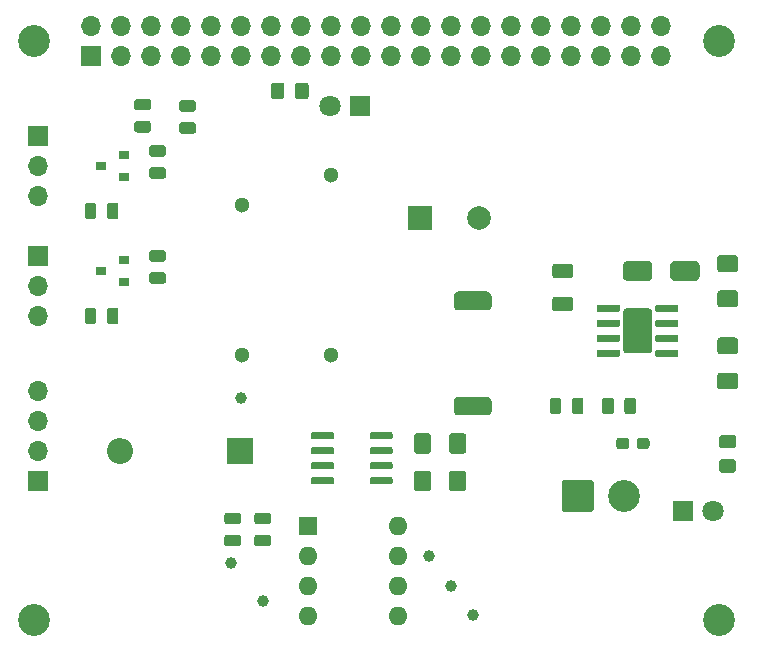
<source format=gts>
G04 #@! TF.GenerationSoftware,KiCad,Pcbnew,(5.1.5)-3*
G04 #@! TF.CreationDate,2020-03-15T22:36:38-07:00*
G04 #@! TF.ProjectId,pihat,70696861-742e-46b6-9963-61645f706362,rev?*
G04 #@! TF.SameCoordinates,Original*
G04 #@! TF.FileFunction,Soldermask,Top*
G04 #@! TF.FilePolarity,Negative*
%FSLAX46Y46*%
G04 Gerber Fmt 4.6, Leading zero omitted, Abs format (unit mm)*
G04 Created by KiCad (PCBNEW (5.1.5)-3) date 2020-03-15 22:36:38*
%MOMM*%
%LPD*%
G04 APERTURE LIST*
%ADD10C,1.300000*%
%ADD11C,0.150000*%
%ADD12C,1.000000*%
%ADD13O,1.600000X1.600000*%
%ADD14R,1.600000X1.600000*%
%ADD15C,2.000000*%
%ADD16R,2.000000X2.000000*%
%ADD17O,1.700000X1.700000*%
%ADD18R,1.700000X1.700000*%
%ADD19C,2.700000*%
%ADD20R,0.900000X0.800000*%
%ADD21R,2.200000X2.200000*%
%ADD22O,2.200000X2.200000*%
%ADD23R,1.800000X1.800000*%
%ADD24C,1.800000*%
G04 APERTURE END LIST*
D10*
X228685000Y-108890000D03*
X221085000Y-111430000D03*
X228685000Y-124130000D03*
X221085000Y-124130000D03*
D11*
G36*
X241879207Y-127621926D02*
G01*
X241918036Y-127627686D01*
X241956114Y-127637224D01*
X241993073Y-127650448D01*
X242028559Y-127667231D01*
X242062228Y-127687412D01*
X242093757Y-127710796D01*
X242122843Y-127737157D01*
X242149204Y-127766243D01*
X242172588Y-127797772D01*
X242192769Y-127831441D01*
X242209552Y-127866927D01*
X242222776Y-127903886D01*
X242232314Y-127941964D01*
X242238074Y-127980793D01*
X242240000Y-128020000D01*
X242240000Y-128820000D01*
X242238074Y-128859207D01*
X242232314Y-128898036D01*
X242222776Y-128936114D01*
X242209552Y-128973073D01*
X242192769Y-129008559D01*
X242172588Y-129042228D01*
X242149204Y-129073757D01*
X242122843Y-129102843D01*
X242093757Y-129129204D01*
X242062228Y-129152588D01*
X242028559Y-129172769D01*
X241993073Y-129189552D01*
X241956114Y-129202776D01*
X241918036Y-129212314D01*
X241879207Y-129218074D01*
X241840000Y-129220000D01*
X239440000Y-129220000D01*
X239400793Y-129218074D01*
X239361964Y-129212314D01*
X239323886Y-129202776D01*
X239286927Y-129189552D01*
X239251441Y-129172769D01*
X239217772Y-129152588D01*
X239186243Y-129129204D01*
X239157157Y-129102843D01*
X239130796Y-129073757D01*
X239107412Y-129042228D01*
X239087231Y-129008559D01*
X239070448Y-128973073D01*
X239057224Y-128936114D01*
X239047686Y-128898036D01*
X239041926Y-128859207D01*
X239040000Y-128820000D01*
X239040000Y-128020000D01*
X239041926Y-127980793D01*
X239047686Y-127941964D01*
X239057224Y-127903886D01*
X239070448Y-127866927D01*
X239087231Y-127831441D01*
X239107412Y-127797772D01*
X239130796Y-127766243D01*
X239157157Y-127737157D01*
X239186243Y-127710796D01*
X239217772Y-127687412D01*
X239251441Y-127667231D01*
X239286927Y-127650448D01*
X239323886Y-127637224D01*
X239361964Y-127627686D01*
X239400793Y-127621926D01*
X239440000Y-127620000D01*
X241840000Y-127620000D01*
X241879207Y-127621926D01*
G37*
G36*
X241879207Y-118721926D02*
G01*
X241918036Y-118727686D01*
X241956114Y-118737224D01*
X241993073Y-118750448D01*
X242028559Y-118767231D01*
X242062228Y-118787412D01*
X242093757Y-118810796D01*
X242122843Y-118837157D01*
X242149204Y-118866243D01*
X242172588Y-118897772D01*
X242192769Y-118931441D01*
X242209552Y-118966927D01*
X242222776Y-119003886D01*
X242232314Y-119041964D01*
X242238074Y-119080793D01*
X242240000Y-119120000D01*
X242240000Y-119920000D01*
X242238074Y-119959207D01*
X242232314Y-119998036D01*
X242222776Y-120036114D01*
X242209552Y-120073073D01*
X242192769Y-120108559D01*
X242172588Y-120142228D01*
X242149204Y-120173757D01*
X242122843Y-120202843D01*
X242093757Y-120229204D01*
X242062228Y-120252588D01*
X242028559Y-120272769D01*
X241993073Y-120289552D01*
X241956114Y-120302776D01*
X241918036Y-120312314D01*
X241879207Y-120318074D01*
X241840000Y-120320000D01*
X239440000Y-120320000D01*
X239400793Y-120318074D01*
X239361964Y-120312314D01*
X239323886Y-120302776D01*
X239286927Y-120289552D01*
X239251441Y-120272769D01*
X239217772Y-120252588D01*
X239186243Y-120229204D01*
X239157157Y-120202843D01*
X239130796Y-120173757D01*
X239107412Y-120142228D01*
X239087231Y-120108559D01*
X239070448Y-120073073D01*
X239057224Y-120036114D01*
X239047686Y-119998036D01*
X239041926Y-119959207D01*
X239040000Y-119920000D01*
X239040000Y-119120000D01*
X239041926Y-119080793D01*
X239047686Y-119041964D01*
X239057224Y-119003886D01*
X239070448Y-118966927D01*
X239087231Y-118931441D01*
X239107412Y-118897772D01*
X239130796Y-118866243D01*
X239157157Y-118837157D01*
X239186243Y-118810796D01*
X239217772Y-118787412D01*
X239251441Y-118767231D01*
X239286927Y-118750448D01*
X239323886Y-118737224D01*
X239361964Y-118727686D01*
X239400793Y-118721926D01*
X239440000Y-118720000D01*
X241840000Y-118720000D01*
X241879207Y-118721926D01*
G37*
D12*
X240640000Y-146090000D03*
X222860000Y-144920000D03*
X220220000Y-141745000D03*
X238835000Y-143650000D03*
X236930000Y-141110000D03*
D11*
G36*
X239857004Y-130711204D02*
G01*
X239881273Y-130714804D01*
X239905071Y-130720765D01*
X239928171Y-130729030D01*
X239950349Y-130739520D01*
X239971393Y-130752133D01*
X239991098Y-130766747D01*
X240009277Y-130783223D01*
X240025753Y-130801402D01*
X240040367Y-130821107D01*
X240052980Y-130842151D01*
X240063470Y-130864329D01*
X240071735Y-130887429D01*
X240077696Y-130911227D01*
X240081296Y-130935496D01*
X240082500Y-130960000D01*
X240082500Y-132210000D01*
X240081296Y-132234504D01*
X240077696Y-132258773D01*
X240071735Y-132282571D01*
X240063470Y-132305671D01*
X240052980Y-132327849D01*
X240040367Y-132348893D01*
X240025753Y-132368598D01*
X240009277Y-132386777D01*
X239991098Y-132403253D01*
X239971393Y-132417867D01*
X239950349Y-132430480D01*
X239928171Y-132440970D01*
X239905071Y-132449235D01*
X239881273Y-132455196D01*
X239857004Y-132458796D01*
X239832500Y-132460000D01*
X238907500Y-132460000D01*
X238882996Y-132458796D01*
X238858727Y-132455196D01*
X238834929Y-132449235D01*
X238811829Y-132440970D01*
X238789651Y-132430480D01*
X238768607Y-132417867D01*
X238748902Y-132403253D01*
X238730723Y-132386777D01*
X238714247Y-132368598D01*
X238699633Y-132348893D01*
X238687020Y-132327849D01*
X238676530Y-132305671D01*
X238668265Y-132282571D01*
X238662304Y-132258773D01*
X238658704Y-132234504D01*
X238657500Y-132210000D01*
X238657500Y-130960000D01*
X238658704Y-130935496D01*
X238662304Y-130911227D01*
X238668265Y-130887429D01*
X238676530Y-130864329D01*
X238687020Y-130842151D01*
X238699633Y-130821107D01*
X238714247Y-130801402D01*
X238730723Y-130783223D01*
X238748902Y-130766747D01*
X238768607Y-130752133D01*
X238789651Y-130739520D01*
X238811829Y-130729030D01*
X238834929Y-130720765D01*
X238858727Y-130714804D01*
X238882996Y-130711204D01*
X238907500Y-130710000D01*
X239832500Y-130710000D01*
X239857004Y-130711204D01*
G37*
G36*
X236882004Y-130711204D02*
G01*
X236906273Y-130714804D01*
X236930071Y-130720765D01*
X236953171Y-130729030D01*
X236975349Y-130739520D01*
X236996393Y-130752133D01*
X237016098Y-130766747D01*
X237034277Y-130783223D01*
X237050753Y-130801402D01*
X237065367Y-130821107D01*
X237077980Y-130842151D01*
X237088470Y-130864329D01*
X237096735Y-130887429D01*
X237102696Y-130911227D01*
X237106296Y-130935496D01*
X237107500Y-130960000D01*
X237107500Y-132210000D01*
X237106296Y-132234504D01*
X237102696Y-132258773D01*
X237096735Y-132282571D01*
X237088470Y-132305671D01*
X237077980Y-132327849D01*
X237065367Y-132348893D01*
X237050753Y-132368598D01*
X237034277Y-132386777D01*
X237016098Y-132403253D01*
X236996393Y-132417867D01*
X236975349Y-132430480D01*
X236953171Y-132440970D01*
X236930071Y-132449235D01*
X236906273Y-132455196D01*
X236882004Y-132458796D01*
X236857500Y-132460000D01*
X235932500Y-132460000D01*
X235907996Y-132458796D01*
X235883727Y-132455196D01*
X235859929Y-132449235D01*
X235836829Y-132440970D01*
X235814651Y-132430480D01*
X235793607Y-132417867D01*
X235773902Y-132403253D01*
X235755723Y-132386777D01*
X235739247Y-132368598D01*
X235724633Y-132348893D01*
X235712020Y-132327849D01*
X235701530Y-132305671D01*
X235693265Y-132282571D01*
X235687304Y-132258773D01*
X235683704Y-132234504D01*
X235682500Y-132210000D01*
X235682500Y-130960000D01*
X235683704Y-130935496D01*
X235687304Y-130911227D01*
X235693265Y-130887429D01*
X235701530Y-130864329D01*
X235712020Y-130842151D01*
X235724633Y-130821107D01*
X235739247Y-130801402D01*
X235755723Y-130783223D01*
X235773902Y-130766747D01*
X235793607Y-130752133D01*
X235814651Y-130739520D01*
X235836829Y-130729030D01*
X235859929Y-130720765D01*
X235883727Y-130714804D01*
X235907996Y-130711204D01*
X235932500Y-130710000D01*
X236857500Y-130710000D01*
X236882004Y-130711204D01*
G37*
G36*
X257924703Y-119855722D02*
G01*
X257939264Y-119857882D01*
X257953543Y-119861459D01*
X257967403Y-119866418D01*
X257980710Y-119872712D01*
X257993336Y-119880280D01*
X258005159Y-119889048D01*
X258016066Y-119898934D01*
X258025952Y-119909841D01*
X258034720Y-119921664D01*
X258042288Y-119934290D01*
X258048582Y-119947597D01*
X258053541Y-119961457D01*
X258057118Y-119975736D01*
X258059278Y-119990297D01*
X258060000Y-120005000D01*
X258060000Y-120305000D01*
X258059278Y-120319703D01*
X258057118Y-120334264D01*
X258053541Y-120348543D01*
X258048582Y-120362403D01*
X258042288Y-120375710D01*
X258034720Y-120388336D01*
X258025952Y-120400159D01*
X258016066Y-120411066D01*
X258005159Y-120420952D01*
X257993336Y-120429720D01*
X257980710Y-120437288D01*
X257967403Y-120443582D01*
X257953543Y-120448541D01*
X257939264Y-120452118D01*
X257924703Y-120454278D01*
X257910000Y-120455000D01*
X256260000Y-120455000D01*
X256245297Y-120454278D01*
X256230736Y-120452118D01*
X256216457Y-120448541D01*
X256202597Y-120443582D01*
X256189290Y-120437288D01*
X256176664Y-120429720D01*
X256164841Y-120420952D01*
X256153934Y-120411066D01*
X256144048Y-120400159D01*
X256135280Y-120388336D01*
X256127712Y-120375710D01*
X256121418Y-120362403D01*
X256116459Y-120348543D01*
X256112882Y-120334264D01*
X256110722Y-120319703D01*
X256110000Y-120305000D01*
X256110000Y-120005000D01*
X256110722Y-119990297D01*
X256112882Y-119975736D01*
X256116459Y-119961457D01*
X256121418Y-119947597D01*
X256127712Y-119934290D01*
X256135280Y-119921664D01*
X256144048Y-119909841D01*
X256153934Y-119898934D01*
X256164841Y-119889048D01*
X256176664Y-119880280D01*
X256189290Y-119872712D01*
X256202597Y-119866418D01*
X256216457Y-119861459D01*
X256230736Y-119857882D01*
X256245297Y-119855722D01*
X256260000Y-119855000D01*
X257910000Y-119855000D01*
X257924703Y-119855722D01*
G37*
G36*
X257924703Y-121125722D02*
G01*
X257939264Y-121127882D01*
X257953543Y-121131459D01*
X257967403Y-121136418D01*
X257980710Y-121142712D01*
X257993336Y-121150280D01*
X258005159Y-121159048D01*
X258016066Y-121168934D01*
X258025952Y-121179841D01*
X258034720Y-121191664D01*
X258042288Y-121204290D01*
X258048582Y-121217597D01*
X258053541Y-121231457D01*
X258057118Y-121245736D01*
X258059278Y-121260297D01*
X258060000Y-121275000D01*
X258060000Y-121575000D01*
X258059278Y-121589703D01*
X258057118Y-121604264D01*
X258053541Y-121618543D01*
X258048582Y-121632403D01*
X258042288Y-121645710D01*
X258034720Y-121658336D01*
X258025952Y-121670159D01*
X258016066Y-121681066D01*
X258005159Y-121690952D01*
X257993336Y-121699720D01*
X257980710Y-121707288D01*
X257967403Y-121713582D01*
X257953543Y-121718541D01*
X257939264Y-121722118D01*
X257924703Y-121724278D01*
X257910000Y-121725000D01*
X256260000Y-121725000D01*
X256245297Y-121724278D01*
X256230736Y-121722118D01*
X256216457Y-121718541D01*
X256202597Y-121713582D01*
X256189290Y-121707288D01*
X256176664Y-121699720D01*
X256164841Y-121690952D01*
X256153934Y-121681066D01*
X256144048Y-121670159D01*
X256135280Y-121658336D01*
X256127712Y-121645710D01*
X256121418Y-121632403D01*
X256116459Y-121618543D01*
X256112882Y-121604264D01*
X256110722Y-121589703D01*
X256110000Y-121575000D01*
X256110000Y-121275000D01*
X256110722Y-121260297D01*
X256112882Y-121245736D01*
X256116459Y-121231457D01*
X256121418Y-121217597D01*
X256127712Y-121204290D01*
X256135280Y-121191664D01*
X256144048Y-121179841D01*
X256153934Y-121168934D01*
X256164841Y-121159048D01*
X256176664Y-121150280D01*
X256189290Y-121142712D01*
X256202597Y-121136418D01*
X256216457Y-121131459D01*
X256230736Y-121127882D01*
X256245297Y-121125722D01*
X256260000Y-121125000D01*
X257910000Y-121125000D01*
X257924703Y-121125722D01*
G37*
G36*
X257924703Y-122395722D02*
G01*
X257939264Y-122397882D01*
X257953543Y-122401459D01*
X257967403Y-122406418D01*
X257980710Y-122412712D01*
X257993336Y-122420280D01*
X258005159Y-122429048D01*
X258016066Y-122438934D01*
X258025952Y-122449841D01*
X258034720Y-122461664D01*
X258042288Y-122474290D01*
X258048582Y-122487597D01*
X258053541Y-122501457D01*
X258057118Y-122515736D01*
X258059278Y-122530297D01*
X258060000Y-122545000D01*
X258060000Y-122845000D01*
X258059278Y-122859703D01*
X258057118Y-122874264D01*
X258053541Y-122888543D01*
X258048582Y-122902403D01*
X258042288Y-122915710D01*
X258034720Y-122928336D01*
X258025952Y-122940159D01*
X258016066Y-122951066D01*
X258005159Y-122960952D01*
X257993336Y-122969720D01*
X257980710Y-122977288D01*
X257967403Y-122983582D01*
X257953543Y-122988541D01*
X257939264Y-122992118D01*
X257924703Y-122994278D01*
X257910000Y-122995000D01*
X256260000Y-122995000D01*
X256245297Y-122994278D01*
X256230736Y-122992118D01*
X256216457Y-122988541D01*
X256202597Y-122983582D01*
X256189290Y-122977288D01*
X256176664Y-122969720D01*
X256164841Y-122960952D01*
X256153934Y-122951066D01*
X256144048Y-122940159D01*
X256135280Y-122928336D01*
X256127712Y-122915710D01*
X256121418Y-122902403D01*
X256116459Y-122888543D01*
X256112882Y-122874264D01*
X256110722Y-122859703D01*
X256110000Y-122845000D01*
X256110000Y-122545000D01*
X256110722Y-122530297D01*
X256112882Y-122515736D01*
X256116459Y-122501457D01*
X256121418Y-122487597D01*
X256127712Y-122474290D01*
X256135280Y-122461664D01*
X256144048Y-122449841D01*
X256153934Y-122438934D01*
X256164841Y-122429048D01*
X256176664Y-122420280D01*
X256189290Y-122412712D01*
X256202597Y-122406418D01*
X256216457Y-122401459D01*
X256230736Y-122397882D01*
X256245297Y-122395722D01*
X256260000Y-122395000D01*
X257910000Y-122395000D01*
X257924703Y-122395722D01*
G37*
G36*
X257924703Y-123665722D02*
G01*
X257939264Y-123667882D01*
X257953543Y-123671459D01*
X257967403Y-123676418D01*
X257980710Y-123682712D01*
X257993336Y-123690280D01*
X258005159Y-123699048D01*
X258016066Y-123708934D01*
X258025952Y-123719841D01*
X258034720Y-123731664D01*
X258042288Y-123744290D01*
X258048582Y-123757597D01*
X258053541Y-123771457D01*
X258057118Y-123785736D01*
X258059278Y-123800297D01*
X258060000Y-123815000D01*
X258060000Y-124115000D01*
X258059278Y-124129703D01*
X258057118Y-124144264D01*
X258053541Y-124158543D01*
X258048582Y-124172403D01*
X258042288Y-124185710D01*
X258034720Y-124198336D01*
X258025952Y-124210159D01*
X258016066Y-124221066D01*
X258005159Y-124230952D01*
X257993336Y-124239720D01*
X257980710Y-124247288D01*
X257967403Y-124253582D01*
X257953543Y-124258541D01*
X257939264Y-124262118D01*
X257924703Y-124264278D01*
X257910000Y-124265000D01*
X256260000Y-124265000D01*
X256245297Y-124264278D01*
X256230736Y-124262118D01*
X256216457Y-124258541D01*
X256202597Y-124253582D01*
X256189290Y-124247288D01*
X256176664Y-124239720D01*
X256164841Y-124230952D01*
X256153934Y-124221066D01*
X256144048Y-124210159D01*
X256135280Y-124198336D01*
X256127712Y-124185710D01*
X256121418Y-124172403D01*
X256116459Y-124158543D01*
X256112882Y-124144264D01*
X256110722Y-124129703D01*
X256110000Y-124115000D01*
X256110000Y-123815000D01*
X256110722Y-123800297D01*
X256112882Y-123785736D01*
X256116459Y-123771457D01*
X256121418Y-123757597D01*
X256127712Y-123744290D01*
X256135280Y-123731664D01*
X256144048Y-123719841D01*
X256153934Y-123708934D01*
X256164841Y-123699048D01*
X256176664Y-123690280D01*
X256189290Y-123682712D01*
X256202597Y-123676418D01*
X256216457Y-123671459D01*
X256230736Y-123667882D01*
X256245297Y-123665722D01*
X256260000Y-123665000D01*
X257910000Y-123665000D01*
X257924703Y-123665722D01*
G37*
G36*
X252974703Y-123665722D02*
G01*
X252989264Y-123667882D01*
X253003543Y-123671459D01*
X253017403Y-123676418D01*
X253030710Y-123682712D01*
X253043336Y-123690280D01*
X253055159Y-123699048D01*
X253066066Y-123708934D01*
X253075952Y-123719841D01*
X253084720Y-123731664D01*
X253092288Y-123744290D01*
X253098582Y-123757597D01*
X253103541Y-123771457D01*
X253107118Y-123785736D01*
X253109278Y-123800297D01*
X253110000Y-123815000D01*
X253110000Y-124115000D01*
X253109278Y-124129703D01*
X253107118Y-124144264D01*
X253103541Y-124158543D01*
X253098582Y-124172403D01*
X253092288Y-124185710D01*
X253084720Y-124198336D01*
X253075952Y-124210159D01*
X253066066Y-124221066D01*
X253055159Y-124230952D01*
X253043336Y-124239720D01*
X253030710Y-124247288D01*
X253017403Y-124253582D01*
X253003543Y-124258541D01*
X252989264Y-124262118D01*
X252974703Y-124264278D01*
X252960000Y-124265000D01*
X251310000Y-124265000D01*
X251295297Y-124264278D01*
X251280736Y-124262118D01*
X251266457Y-124258541D01*
X251252597Y-124253582D01*
X251239290Y-124247288D01*
X251226664Y-124239720D01*
X251214841Y-124230952D01*
X251203934Y-124221066D01*
X251194048Y-124210159D01*
X251185280Y-124198336D01*
X251177712Y-124185710D01*
X251171418Y-124172403D01*
X251166459Y-124158543D01*
X251162882Y-124144264D01*
X251160722Y-124129703D01*
X251160000Y-124115000D01*
X251160000Y-123815000D01*
X251160722Y-123800297D01*
X251162882Y-123785736D01*
X251166459Y-123771457D01*
X251171418Y-123757597D01*
X251177712Y-123744290D01*
X251185280Y-123731664D01*
X251194048Y-123719841D01*
X251203934Y-123708934D01*
X251214841Y-123699048D01*
X251226664Y-123690280D01*
X251239290Y-123682712D01*
X251252597Y-123676418D01*
X251266457Y-123671459D01*
X251280736Y-123667882D01*
X251295297Y-123665722D01*
X251310000Y-123665000D01*
X252960000Y-123665000D01*
X252974703Y-123665722D01*
G37*
G36*
X252974703Y-122395722D02*
G01*
X252989264Y-122397882D01*
X253003543Y-122401459D01*
X253017403Y-122406418D01*
X253030710Y-122412712D01*
X253043336Y-122420280D01*
X253055159Y-122429048D01*
X253066066Y-122438934D01*
X253075952Y-122449841D01*
X253084720Y-122461664D01*
X253092288Y-122474290D01*
X253098582Y-122487597D01*
X253103541Y-122501457D01*
X253107118Y-122515736D01*
X253109278Y-122530297D01*
X253110000Y-122545000D01*
X253110000Y-122845000D01*
X253109278Y-122859703D01*
X253107118Y-122874264D01*
X253103541Y-122888543D01*
X253098582Y-122902403D01*
X253092288Y-122915710D01*
X253084720Y-122928336D01*
X253075952Y-122940159D01*
X253066066Y-122951066D01*
X253055159Y-122960952D01*
X253043336Y-122969720D01*
X253030710Y-122977288D01*
X253017403Y-122983582D01*
X253003543Y-122988541D01*
X252989264Y-122992118D01*
X252974703Y-122994278D01*
X252960000Y-122995000D01*
X251310000Y-122995000D01*
X251295297Y-122994278D01*
X251280736Y-122992118D01*
X251266457Y-122988541D01*
X251252597Y-122983582D01*
X251239290Y-122977288D01*
X251226664Y-122969720D01*
X251214841Y-122960952D01*
X251203934Y-122951066D01*
X251194048Y-122940159D01*
X251185280Y-122928336D01*
X251177712Y-122915710D01*
X251171418Y-122902403D01*
X251166459Y-122888543D01*
X251162882Y-122874264D01*
X251160722Y-122859703D01*
X251160000Y-122845000D01*
X251160000Y-122545000D01*
X251160722Y-122530297D01*
X251162882Y-122515736D01*
X251166459Y-122501457D01*
X251171418Y-122487597D01*
X251177712Y-122474290D01*
X251185280Y-122461664D01*
X251194048Y-122449841D01*
X251203934Y-122438934D01*
X251214841Y-122429048D01*
X251226664Y-122420280D01*
X251239290Y-122412712D01*
X251252597Y-122406418D01*
X251266457Y-122401459D01*
X251280736Y-122397882D01*
X251295297Y-122395722D01*
X251310000Y-122395000D01*
X252960000Y-122395000D01*
X252974703Y-122395722D01*
G37*
G36*
X252974703Y-121125722D02*
G01*
X252989264Y-121127882D01*
X253003543Y-121131459D01*
X253017403Y-121136418D01*
X253030710Y-121142712D01*
X253043336Y-121150280D01*
X253055159Y-121159048D01*
X253066066Y-121168934D01*
X253075952Y-121179841D01*
X253084720Y-121191664D01*
X253092288Y-121204290D01*
X253098582Y-121217597D01*
X253103541Y-121231457D01*
X253107118Y-121245736D01*
X253109278Y-121260297D01*
X253110000Y-121275000D01*
X253110000Y-121575000D01*
X253109278Y-121589703D01*
X253107118Y-121604264D01*
X253103541Y-121618543D01*
X253098582Y-121632403D01*
X253092288Y-121645710D01*
X253084720Y-121658336D01*
X253075952Y-121670159D01*
X253066066Y-121681066D01*
X253055159Y-121690952D01*
X253043336Y-121699720D01*
X253030710Y-121707288D01*
X253017403Y-121713582D01*
X253003543Y-121718541D01*
X252989264Y-121722118D01*
X252974703Y-121724278D01*
X252960000Y-121725000D01*
X251310000Y-121725000D01*
X251295297Y-121724278D01*
X251280736Y-121722118D01*
X251266457Y-121718541D01*
X251252597Y-121713582D01*
X251239290Y-121707288D01*
X251226664Y-121699720D01*
X251214841Y-121690952D01*
X251203934Y-121681066D01*
X251194048Y-121670159D01*
X251185280Y-121658336D01*
X251177712Y-121645710D01*
X251171418Y-121632403D01*
X251166459Y-121618543D01*
X251162882Y-121604264D01*
X251160722Y-121589703D01*
X251160000Y-121575000D01*
X251160000Y-121275000D01*
X251160722Y-121260297D01*
X251162882Y-121245736D01*
X251166459Y-121231457D01*
X251171418Y-121217597D01*
X251177712Y-121204290D01*
X251185280Y-121191664D01*
X251194048Y-121179841D01*
X251203934Y-121168934D01*
X251214841Y-121159048D01*
X251226664Y-121150280D01*
X251239290Y-121142712D01*
X251252597Y-121136418D01*
X251266457Y-121131459D01*
X251280736Y-121127882D01*
X251295297Y-121125722D01*
X251310000Y-121125000D01*
X252960000Y-121125000D01*
X252974703Y-121125722D01*
G37*
G36*
X252974703Y-119855722D02*
G01*
X252989264Y-119857882D01*
X253003543Y-119861459D01*
X253017403Y-119866418D01*
X253030710Y-119872712D01*
X253043336Y-119880280D01*
X253055159Y-119889048D01*
X253066066Y-119898934D01*
X253075952Y-119909841D01*
X253084720Y-119921664D01*
X253092288Y-119934290D01*
X253098582Y-119947597D01*
X253103541Y-119961457D01*
X253107118Y-119975736D01*
X253109278Y-119990297D01*
X253110000Y-120005000D01*
X253110000Y-120305000D01*
X253109278Y-120319703D01*
X253107118Y-120334264D01*
X253103541Y-120348543D01*
X253098582Y-120362403D01*
X253092288Y-120375710D01*
X253084720Y-120388336D01*
X253075952Y-120400159D01*
X253066066Y-120411066D01*
X253055159Y-120420952D01*
X253043336Y-120429720D01*
X253030710Y-120437288D01*
X253017403Y-120443582D01*
X253003543Y-120448541D01*
X252989264Y-120452118D01*
X252974703Y-120454278D01*
X252960000Y-120455000D01*
X251310000Y-120455000D01*
X251295297Y-120454278D01*
X251280736Y-120452118D01*
X251266457Y-120448541D01*
X251252597Y-120443582D01*
X251239290Y-120437288D01*
X251226664Y-120429720D01*
X251214841Y-120420952D01*
X251203934Y-120411066D01*
X251194048Y-120400159D01*
X251185280Y-120388336D01*
X251177712Y-120375710D01*
X251171418Y-120362403D01*
X251166459Y-120348543D01*
X251162882Y-120334264D01*
X251160722Y-120319703D01*
X251160000Y-120305000D01*
X251160000Y-120005000D01*
X251160722Y-119990297D01*
X251162882Y-119975736D01*
X251166459Y-119961457D01*
X251171418Y-119947597D01*
X251177712Y-119934290D01*
X251185280Y-119921664D01*
X251194048Y-119909841D01*
X251203934Y-119898934D01*
X251214841Y-119889048D01*
X251226664Y-119880280D01*
X251239290Y-119872712D01*
X251252597Y-119866418D01*
X251266457Y-119861459D01*
X251280736Y-119857882D01*
X251295297Y-119855722D01*
X251310000Y-119855000D01*
X252960000Y-119855000D01*
X252974703Y-119855722D01*
G37*
G36*
X255589506Y-120156204D02*
G01*
X255613774Y-120159804D01*
X255637573Y-120165765D01*
X255660672Y-120174030D01*
X255682850Y-120184519D01*
X255703893Y-120197132D01*
X255723599Y-120211747D01*
X255741777Y-120228223D01*
X255758253Y-120246401D01*
X255772868Y-120266107D01*
X255785481Y-120287150D01*
X255795970Y-120309328D01*
X255804235Y-120332427D01*
X255810196Y-120356226D01*
X255813796Y-120380494D01*
X255815000Y-120404998D01*
X255815000Y-123715002D01*
X255813796Y-123739506D01*
X255810196Y-123763774D01*
X255804235Y-123787573D01*
X255795970Y-123810672D01*
X255785481Y-123832850D01*
X255772868Y-123853893D01*
X255758253Y-123873599D01*
X255741777Y-123891777D01*
X255723599Y-123908253D01*
X255703893Y-123922868D01*
X255682850Y-123935481D01*
X255660672Y-123945970D01*
X255637573Y-123954235D01*
X255613774Y-123960196D01*
X255589506Y-123963796D01*
X255565002Y-123965000D01*
X253654998Y-123965000D01*
X253630494Y-123963796D01*
X253606226Y-123960196D01*
X253582427Y-123954235D01*
X253559328Y-123945970D01*
X253537150Y-123935481D01*
X253516107Y-123922868D01*
X253496401Y-123908253D01*
X253478223Y-123891777D01*
X253461747Y-123873599D01*
X253447132Y-123853893D01*
X253434519Y-123832850D01*
X253424030Y-123810672D01*
X253415765Y-123787573D01*
X253409804Y-123763774D01*
X253406204Y-123739506D01*
X253405000Y-123715002D01*
X253405000Y-120404998D01*
X253406204Y-120380494D01*
X253409804Y-120356226D01*
X253415765Y-120332427D01*
X253424030Y-120309328D01*
X253434519Y-120287150D01*
X253447132Y-120266107D01*
X253461747Y-120246401D01*
X253478223Y-120228223D01*
X253496401Y-120211747D01*
X253516107Y-120197132D01*
X253537150Y-120184519D01*
X253559328Y-120174030D01*
X253582427Y-120165765D01*
X253606226Y-120159804D01*
X253630494Y-120156204D01*
X253654998Y-120155000D01*
X255565002Y-120155000D01*
X255589506Y-120156204D01*
G37*
G36*
X220800142Y-139323674D02*
G01*
X220823803Y-139327184D01*
X220847007Y-139332996D01*
X220869529Y-139341054D01*
X220891153Y-139351282D01*
X220911670Y-139363579D01*
X220930883Y-139377829D01*
X220948607Y-139393893D01*
X220964671Y-139411617D01*
X220978921Y-139430830D01*
X220991218Y-139451347D01*
X221001446Y-139472971D01*
X221009504Y-139495493D01*
X221015316Y-139518697D01*
X221018826Y-139542358D01*
X221020000Y-139566250D01*
X221020000Y-140053750D01*
X221018826Y-140077642D01*
X221015316Y-140101303D01*
X221009504Y-140124507D01*
X221001446Y-140147029D01*
X220991218Y-140168653D01*
X220978921Y-140189170D01*
X220964671Y-140208383D01*
X220948607Y-140226107D01*
X220930883Y-140242171D01*
X220911670Y-140256421D01*
X220891153Y-140268718D01*
X220869529Y-140278946D01*
X220847007Y-140287004D01*
X220823803Y-140292816D01*
X220800142Y-140296326D01*
X220776250Y-140297500D01*
X219863750Y-140297500D01*
X219839858Y-140296326D01*
X219816197Y-140292816D01*
X219792993Y-140287004D01*
X219770471Y-140278946D01*
X219748847Y-140268718D01*
X219728330Y-140256421D01*
X219709117Y-140242171D01*
X219691393Y-140226107D01*
X219675329Y-140208383D01*
X219661079Y-140189170D01*
X219648782Y-140168653D01*
X219638554Y-140147029D01*
X219630496Y-140124507D01*
X219624684Y-140101303D01*
X219621174Y-140077642D01*
X219620000Y-140053750D01*
X219620000Y-139566250D01*
X219621174Y-139542358D01*
X219624684Y-139518697D01*
X219630496Y-139495493D01*
X219638554Y-139472971D01*
X219648782Y-139451347D01*
X219661079Y-139430830D01*
X219675329Y-139411617D01*
X219691393Y-139393893D01*
X219709117Y-139377829D01*
X219728330Y-139363579D01*
X219748847Y-139351282D01*
X219770471Y-139341054D01*
X219792993Y-139332996D01*
X219816197Y-139327184D01*
X219839858Y-139323674D01*
X219863750Y-139322500D01*
X220776250Y-139322500D01*
X220800142Y-139323674D01*
G37*
G36*
X220800142Y-137448674D02*
G01*
X220823803Y-137452184D01*
X220847007Y-137457996D01*
X220869529Y-137466054D01*
X220891153Y-137476282D01*
X220911670Y-137488579D01*
X220930883Y-137502829D01*
X220948607Y-137518893D01*
X220964671Y-137536617D01*
X220978921Y-137555830D01*
X220991218Y-137576347D01*
X221001446Y-137597971D01*
X221009504Y-137620493D01*
X221015316Y-137643697D01*
X221018826Y-137667358D01*
X221020000Y-137691250D01*
X221020000Y-138178750D01*
X221018826Y-138202642D01*
X221015316Y-138226303D01*
X221009504Y-138249507D01*
X221001446Y-138272029D01*
X220991218Y-138293653D01*
X220978921Y-138314170D01*
X220964671Y-138333383D01*
X220948607Y-138351107D01*
X220930883Y-138367171D01*
X220911670Y-138381421D01*
X220891153Y-138393718D01*
X220869529Y-138403946D01*
X220847007Y-138412004D01*
X220823803Y-138417816D01*
X220800142Y-138421326D01*
X220776250Y-138422500D01*
X219863750Y-138422500D01*
X219839858Y-138421326D01*
X219816197Y-138417816D01*
X219792993Y-138412004D01*
X219770471Y-138403946D01*
X219748847Y-138393718D01*
X219728330Y-138381421D01*
X219709117Y-138367171D01*
X219691393Y-138351107D01*
X219675329Y-138333383D01*
X219661079Y-138314170D01*
X219648782Y-138293653D01*
X219638554Y-138272029D01*
X219630496Y-138249507D01*
X219624684Y-138226303D01*
X219621174Y-138202642D01*
X219620000Y-138178750D01*
X219620000Y-137691250D01*
X219621174Y-137667358D01*
X219624684Y-137643697D01*
X219630496Y-137620493D01*
X219638554Y-137597971D01*
X219648782Y-137576347D01*
X219661079Y-137555830D01*
X219675329Y-137536617D01*
X219691393Y-137518893D01*
X219709117Y-137502829D01*
X219728330Y-137488579D01*
X219748847Y-137476282D01*
X219770471Y-137466054D01*
X219792993Y-137457996D01*
X219816197Y-137452184D01*
X219839858Y-137448674D01*
X219863750Y-137447500D01*
X220776250Y-137447500D01*
X220800142Y-137448674D01*
G37*
G36*
X254242642Y-127711174D02*
G01*
X254266303Y-127714684D01*
X254289507Y-127720496D01*
X254312029Y-127728554D01*
X254333653Y-127738782D01*
X254354170Y-127751079D01*
X254373383Y-127765329D01*
X254391107Y-127781393D01*
X254407171Y-127799117D01*
X254421421Y-127818330D01*
X254433718Y-127838847D01*
X254443946Y-127860471D01*
X254452004Y-127882993D01*
X254457816Y-127906197D01*
X254461326Y-127929858D01*
X254462500Y-127953750D01*
X254462500Y-128866250D01*
X254461326Y-128890142D01*
X254457816Y-128913803D01*
X254452004Y-128937007D01*
X254443946Y-128959529D01*
X254433718Y-128981153D01*
X254421421Y-129001670D01*
X254407171Y-129020883D01*
X254391107Y-129038607D01*
X254373383Y-129054671D01*
X254354170Y-129068921D01*
X254333653Y-129081218D01*
X254312029Y-129091446D01*
X254289507Y-129099504D01*
X254266303Y-129105316D01*
X254242642Y-129108826D01*
X254218750Y-129110000D01*
X253731250Y-129110000D01*
X253707358Y-129108826D01*
X253683697Y-129105316D01*
X253660493Y-129099504D01*
X253637971Y-129091446D01*
X253616347Y-129081218D01*
X253595830Y-129068921D01*
X253576617Y-129054671D01*
X253558893Y-129038607D01*
X253542829Y-129020883D01*
X253528579Y-129001670D01*
X253516282Y-128981153D01*
X253506054Y-128959529D01*
X253497996Y-128937007D01*
X253492184Y-128913803D01*
X253488674Y-128890142D01*
X253487500Y-128866250D01*
X253487500Y-127953750D01*
X253488674Y-127929858D01*
X253492184Y-127906197D01*
X253497996Y-127882993D01*
X253506054Y-127860471D01*
X253516282Y-127838847D01*
X253528579Y-127818330D01*
X253542829Y-127799117D01*
X253558893Y-127781393D01*
X253576617Y-127765329D01*
X253595830Y-127751079D01*
X253616347Y-127738782D01*
X253637971Y-127728554D01*
X253660493Y-127720496D01*
X253683697Y-127714684D01*
X253707358Y-127711174D01*
X253731250Y-127710000D01*
X254218750Y-127710000D01*
X254242642Y-127711174D01*
G37*
G36*
X252367642Y-127711174D02*
G01*
X252391303Y-127714684D01*
X252414507Y-127720496D01*
X252437029Y-127728554D01*
X252458653Y-127738782D01*
X252479170Y-127751079D01*
X252498383Y-127765329D01*
X252516107Y-127781393D01*
X252532171Y-127799117D01*
X252546421Y-127818330D01*
X252558718Y-127838847D01*
X252568946Y-127860471D01*
X252577004Y-127882993D01*
X252582816Y-127906197D01*
X252586326Y-127929858D01*
X252587500Y-127953750D01*
X252587500Y-128866250D01*
X252586326Y-128890142D01*
X252582816Y-128913803D01*
X252577004Y-128937007D01*
X252568946Y-128959529D01*
X252558718Y-128981153D01*
X252546421Y-129001670D01*
X252532171Y-129020883D01*
X252516107Y-129038607D01*
X252498383Y-129054671D01*
X252479170Y-129068921D01*
X252458653Y-129081218D01*
X252437029Y-129091446D01*
X252414507Y-129099504D01*
X252391303Y-129105316D01*
X252367642Y-129108826D01*
X252343750Y-129110000D01*
X251856250Y-129110000D01*
X251832358Y-129108826D01*
X251808697Y-129105316D01*
X251785493Y-129099504D01*
X251762971Y-129091446D01*
X251741347Y-129081218D01*
X251720830Y-129068921D01*
X251701617Y-129054671D01*
X251683893Y-129038607D01*
X251667829Y-129020883D01*
X251653579Y-129001670D01*
X251641282Y-128981153D01*
X251631054Y-128959529D01*
X251622996Y-128937007D01*
X251617184Y-128913803D01*
X251613674Y-128890142D01*
X251612500Y-128866250D01*
X251612500Y-127953750D01*
X251613674Y-127929858D01*
X251617184Y-127906197D01*
X251622996Y-127882993D01*
X251631054Y-127860471D01*
X251641282Y-127838847D01*
X251653579Y-127818330D01*
X251667829Y-127799117D01*
X251683893Y-127781393D01*
X251701617Y-127765329D01*
X251720830Y-127751079D01*
X251741347Y-127738782D01*
X251762971Y-127728554D01*
X251785493Y-127720496D01*
X251808697Y-127714684D01*
X251832358Y-127711174D01*
X251856250Y-127710000D01*
X252343750Y-127710000D01*
X252367642Y-127711174D01*
G37*
G36*
X249797642Y-127711174D02*
G01*
X249821303Y-127714684D01*
X249844507Y-127720496D01*
X249867029Y-127728554D01*
X249888653Y-127738782D01*
X249909170Y-127751079D01*
X249928383Y-127765329D01*
X249946107Y-127781393D01*
X249962171Y-127799117D01*
X249976421Y-127818330D01*
X249988718Y-127838847D01*
X249998946Y-127860471D01*
X250007004Y-127882993D01*
X250012816Y-127906197D01*
X250016326Y-127929858D01*
X250017500Y-127953750D01*
X250017500Y-128866250D01*
X250016326Y-128890142D01*
X250012816Y-128913803D01*
X250007004Y-128937007D01*
X249998946Y-128959529D01*
X249988718Y-128981153D01*
X249976421Y-129001670D01*
X249962171Y-129020883D01*
X249946107Y-129038607D01*
X249928383Y-129054671D01*
X249909170Y-129068921D01*
X249888653Y-129081218D01*
X249867029Y-129091446D01*
X249844507Y-129099504D01*
X249821303Y-129105316D01*
X249797642Y-129108826D01*
X249773750Y-129110000D01*
X249286250Y-129110000D01*
X249262358Y-129108826D01*
X249238697Y-129105316D01*
X249215493Y-129099504D01*
X249192971Y-129091446D01*
X249171347Y-129081218D01*
X249150830Y-129068921D01*
X249131617Y-129054671D01*
X249113893Y-129038607D01*
X249097829Y-129020883D01*
X249083579Y-129001670D01*
X249071282Y-128981153D01*
X249061054Y-128959529D01*
X249052996Y-128937007D01*
X249047184Y-128913803D01*
X249043674Y-128890142D01*
X249042500Y-128866250D01*
X249042500Y-127953750D01*
X249043674Y-127929858D01*
X249047184Y-127906197D01*
X249052996Y-127882993D01*
X249061054Y-127860471D01*
X249071282Y-127838847D01*
X249083579Y-127818330D01*
X249097829Y-127799117D01*
X249113893Y-127781393D01*
X249131617Y-127765329D01*
X249150830Y-127751079D01*
X249171347Y-127738782D01*
X249192971Y-127728554D01*
X249215493Y-127720496D01*
X249238697Y-127714684D01*
X249262358Y-127711174D01*
X249286250Y-127710000D01*
X249773750Y-127710000D01*
X249797642Y-127711174D01*
G37*
G36*
X247922642Y-127711174D02*
G01*
X247946303Y-127714684D01*
X247969507Y-127720496D01*
X247992029Y-127728554D01*
X248013653Y-127738782D01*
X248034170Y-127751079D01*
X248053383Y-127765329D01*
X248071107Y-127781393D01*
X248087171Y-127799117D01*
X248101421Y-127818330D01*
X248113718Y-127838847D01*
X248123946Y-127860471D01*
X248132004Y-127882993D01*
X248137816Y-127906197D01*
X248141326Y-127929858D01*
X248142500Y-127953750D01*
X248142500Y-128866250D01*
X248141326Y-128890142D01*
X248137816Y-128913803D01*
X248132004Y-128937007D01*
X248123946Y-128959529D01*
X248113718Y-128981153D01*
X248101421Y-129001670D01*
X248087171Y-129020883D01*
X248071107Y-129038607D01*
X248053383Y-129054671D01*
X248034170Y-129068921D01*
X248013653Y-129081218D01*
X247992029Y-129091446D01*
X247969507Y-129099504D01*
X247946303Y-129105316D01*
X247922642Y-129108826D01*
X247898750Y-129110000D01*
X247411250Y-129110000D01*
X247387358Y-129108826D01*
X247363697Y-129105316D01*
X247340493Y-129099504D01*
X247317971Y-129091446D01*
X247296347Y-129081218D01*
X247275830Y-129068921D01*
X247256617Y-129054671D01*
X247238893Y-129038607D01*
X247222829Y-129020883D01*
X247208579Y-129001670D01*
X247196282Y-128981153D01*
X247186054Y-128959529D01*
X247177996Y-128937007D01*
X247172184Y-128913803D01*
X247168674Y-128890142D01*
X247167500Y-128866250D01*
X247167500Y-127953750D01*
X247168674Y-127929858D01*
X247172184Y-127906197D01*
X247177996Y-127882993D01*
X247186054Y-127860471D01*
X247196282Y-127838847D01*
X247208579Y-127818330D01*
X247222829Y-127799117D01*
X247238893Y-127781393D01*
X247256617Y-127765329D01*
X247275830Y-127751079D01*
X247296347Y-127738782D01*
X247317971Y-127728554D01*
X247340493Y-127720496D01*
X247363697Y-127714684D01*
X247387358Y-127711174D01*
X247411250Y-127710000D01*
X247898750Y-127710000D01*
X247922642Y-127711174D01*
G37*
G36*
X216990142Y-102523674D02*
G01*
X217013803Y-102527184D01*
X217037007Y-102532996D01*
X217059529Y-102541054D01*
X217081153Y-102551282D01*
X217101670Y-102563579D01*
X217120883Y-102577829D01*
X217138607Y-102593893D01*
X217154671Y-102611617D01*
X217168921Y-102630830D01*
X217181218Y-102651347D01*
X217191446Y-102672971D01*
X217199504Y-102695493D01*
X217205316Y-102718697D01*
X217208826Y-102742358D01*
X217210000Y-102766250D01*
X217210000Y-103253750D01*
X217208826Y-103277642D01*
X217205316Y-103301303D01*
X217199504Y-103324507D01*
X217191446Y-103347029D01*
X217181218Y-103368653D01*
X217168921Y-103389170D01*
X217154671Y-103408383D01*
X217138607Y-103426107D01*
X217120883Y-103442171D01*
X217101670Y-103456421D01*
X217081153Y-103468718D01*
X217059529Y-103478946D01*
X217037007Y-103487004D01*
X217013803Y-103492816D01*
X216990142Y-103496326D01*
X216966250Y-103497500D01*
X216053750Y-103497500D01*
X216029858Y-103496326D01*
X216006197Y-103492816D01*
X215982993Y-103487004D01*
X215960471Y-103478946D01*
X215938847Y-103468718D01*
X215918330Y-103456421D01*
X215899117Y-103442171D01*
X215881393Y-103426107D01*
X215865329Y-103408383D01*
X215851079Y-103389170D01*
X215838782Y-103368653D01*
X215828554Y-103347029D01*
X215820496Y-103324507D01*
X215814684Y-103301303D01*
X215811174Y-103277642D01*
X215810000Y-103253750D01*
X215810000Y-102766250D01*
X215811174Y-102742358D01*
X215814684Y-102718697D01*
X215820496Y-102695493D01*
X215828554Y-102672971D01*
X215838782Y-102651347D01*
X215851079Y-102630830D01*
X215865329Y-102611617D01*
X215881393Y-102593893D01*
X215899117Y-102577829D01*
X215918330Y-102563579D01*
X215938847Y-102551282D01*
X215960471Y-102541054D01*
X215982993Y-102532996D01*
X216006197Y-102527184D01*
X216029858Y-102523674D01*
X216053750Y-102522500D01*
X216966250Y-102522500D01*
X216990142Y-102523674D01*
G37*
G36*
X216990142Y-104398674D02*
G01*
X217013803Y-104402184D01*
X217037007Y-104407996D01*
X217059529Y-104416054D01*
X217081153Y-104426282D01*
X217101670Y-104438579D01*
X217120883Y-104452829D01*
X217138607Y-104468893D01*
X217154671Y-104486617D01*
X217168921Y-104505830D01*
X217181218Y-104526347D01*
X217191446Y-104547971D01*
X217199504Y-104570493D01*
X217205316Y-104593697D01*
X217208826Y-104617358D01*
X217210000Y-104641250D01*
X217210000Y-105128750D01*
X217208826Y-105152642D01*
X217205316Y-105176303D01*
X217199504Y-105199507D01*
X217191446Y-105222029D01*
X217181218Y-105243653D01*
X217168921Y-105264170D01*
X217154671Y-105283383D01*
X217138607Y-105301107D01*
X217120883Y-105317171D01*
X217101670Y-105331421D01*
X217081153Y-105343718D01*
X217059529Y-105353946D01*
X217037007Y-105362004D01*
X217013803Y-105367816D01*
X216990142Y-105371326D01*
X216966250Y-105372500D01*
X216053750Y-105372500D01*
X216029858Y-105371326D01*
X216006197Y-105367816D01*
X215982993Y-105362004D01*
X215960471Y-105353946D01*
X215938847Y-105343718D01*
X215918330Y-105331421D01*
X215899117Y-105317171D01*
X215881393Y-105301107D01*
X215865329Y-105283383D01*
X215851079Y-105264170D01*
X215838782Y-105243653D01*
X215828554Y-105222029D01*
X215820496Y-105199507D01*
X215814684Y-105176303D01*
X215811174Y-105152642D01*
X215810000Y-105128750D01*
X215810000Y-104641250D01*
X215811174Y-104617358D01*
X215814684Y-104593697D01*
X215820496Y-104570493D01*
X215828554Y-104547971D01*
X215838782Y-104526347D01*
X215851079Y-104505830D01*
X215865329Y-104486617D01*
X215881393Y-104468893D01*
X215899117Y-104452829D01*
X215918330Y-104438579D01*
X215938847Y-104426282D01*
X215960471Y-104416054D01*
X215982993Y-104407996D01*
X216006197Y-104402184D01*
X216029858Y-104398674D01*
X216053750Y-104397500D01*
X216966250Y-104397500D01*
X216990142Y-104398674D01*
G37*
G36*
X213180142Y-102416174D02*
G01*
X213203803Y-102419684D01*
X213227007Y-102425496D01*
X213249529Y-102433554D01*
X213271153Y-102443782D01*
X213291670Y-102456079D01*
X213310883Y-102470329D01*
X213328607Y-102486393D01*
X213344671Y-102504117D01*
X213358921Y-102523330D01*
X213371218Y-102543847D01*
X213381446Y-102565471D01*
X213389504Y-102587993D01*
X213395316Y-102611197D01*
X213398826Y-102634858D01*
X213400000Y-102658750D01*
X213400000Y-103146250D01*
X213398826Y-103170142D01*
X213395316Y-103193803D01*
X213389504Y-103217007D01*
X213381446Y-103239529D01*
X213371218Y-103261153D01*
X213358921Y-103281670D01*
X213344671Y-103300883D01*
X213328607Y-103318607D01*
X213310883Y-103334671D01*
X213291670Y-103348921D01*
X213271153Y-103361218D01*
X213249529Y-103371446D01*
X213227007Y-103379504D01*
X213203803Y-103385316D01*
X213180142Y-103388826D01*
X213156250Y-103390000D01*
X212243750Y-103390000D01*
X212219858Y-103388826D01*
X212196197Y-103385316D01*
X212172993Y-103379504D01*
X212150471Y-103371446D01*
X212128847Y-103361218D01*
X212108330Y-103348921D01*
X212089117Y-103334671D01*
X212071393Y-103318607D01*
X212055329Y-103300883D01*
X212041079Y-103281670D01*
X212028782Y-103261153D01*
X212018554Y-103239529D01*
X212010496Y-103217007D01*
X212004684Y-103193803D01*
X212001174Y-103170142D01*
X212000000Y-103146250D01*
X212000000Y-102658750D01*
X212001174Y-102634858D01*
X212004684Y-102611197D01*
X212010496Y-102587993D01*
X212018554Y-102565471D01*
X212028782Y-102543847D01*
X212041079Y-102523330D01*
X212055329Y-102504117D01*
X212071393Y-102486393D01*
X212089117Y-102470329D01*
X212108330Y-102456079D01*
X212128847Y-102443782D01*
X212150471Y-102433554D01*
X212172993Y-102425496D01*
X212196197Y-102419684D01*
X212219858Y-102416174D01*
X212243750Y-102415000D01*
X213156250Y-102415000D01*
X213180142Y-102416174D01*
G37*
G36*
X213180142Y-104291174D02*
G01*
X213203803Y-104294684D01*
X213227007Y-104300496D01*
X213249529Y-104308554D01*
X213271153Y-104318782D01*
X213291670Y-104331079D01*
X213310883Y-104345329D01*
X213328607Y-104361393D01*
X213344671Y-104379117D01*
X213358921Y-104398330D01*
X213371218Y-104418847D01*
X213381446Y-104440471D01*
X213389504Y-104462993D01*
X213395316Y-104486197D01*
X213398826Y-104509858D01*
X213400000Y-104533750D01*
X213400000Y-105021250D01*
X213398826Y-105045142D01*
X213395316Y-105068803D01*
X213389504Y-105092007D01*
X213381446Y-105114529D01*
X213371218Y-105136153D01*
X213358921Y-105156670D01*
X213344671Y-105175883D01*
X213328607Y-105193607D01*
X213310883Y-105209671D01*
X213291670Y-105223921D01*
X213271153Y-105236218D01*
X213249529Y-105246446D01*
X213227007Y-105254504D01*
X213203803Y-105260316D01*
X213180142Y-105263826D01*
X213156250Y-105265000D01*
X212243750Y-105265000D01*
X212219858Y-105263826D01*
X212196197Y-105260316D01*
X212172993Y-105254504D01*
X212150471Y-105246446D01*
X212128847Y-105236218D01*
X212108330Y-105223921D01*
X212089117Y-105209671D01*
X212071393Y-105193607D01*
X212055329Y-105175883D01*
X212041079Y-105156670D01*
X212028782Y-105136153D01*
X212018554Y-105114529D01*
X212010496Y-105092007D01*
X212004684Y-105068803D01*
X212001174Y-105045142D01*
X212000000Y-105021250D01*
X212000000Y-104533750D01*
X212001174Y-104509858D01*
X212004684Y-104486197D01*
X212010496Y-104462993D01*
X212018554Y-104440471D01*
X212028782Y-104418847D01*
X212041079Y-104398330D01*
X212055329Y-104379117D01*
X212071393Y-104361393D01*
X212089117Y-104345329D01*
X212108330Y-104331079D01*
X212128847Y-104318782D01*
X212150471Y-104308554D01*
X212172993Y-104300496D01*
X212196197Y-104294684D01*
X212219858Y-104291174D01*
X212243750Y-104290000D01*
X213156250Y-104290000D01*
X213180142Y-104291174D01*
G37*
G36*
X214450142Y-117098674D02*
G01*
X214473803Y-117102184D01*
X214497007Y-117107996D01*
X214519529Y-117116054D01*
X214541153Y-117126282D01*
X214561670Y-117138579D01*
X214580883Y-117152829D01*
X214598607Y-117168893D01*
X214614671Y-117186617D01*
X214628921Y-117205830D01*
X214641218Y-117226347D01*
X214651446Y-117247971D01*
X214659504Y-117270493D01*
X214665316Y-117293697D01*
X214668826Y-117317358D01*
X214670000Y-117341250D01*
X214670000Y-117828750D01*
X214668826Y-117852642D01*
X214665316Y-117876303D01*
X214659504Y-117899507D01*
X214651446Y-117922029D01*
X214641218Y-117943653D01*
X214628921Y-117964170D01*
X214614671Y-117983383D01*
X214598607Y-118001107D01*
X214580883Y-118017171D01*
X214561670Y-118031421D01*
X214541153Y-118043718D01*
X214519529Y-118053946D01*
X214497007Y-118062004D01*
X214473803Y-118067816D01*
X214450142Y-118071326D01*
X214426250Y-118072500D01*
X213513750Y-118072500D01*
X213489858Y-118071326D01*
X213466197Y-118067816D01*
X213442993Y-118062004D01*
X213420471Y-118053946D01*
X213398847Y-118043718D01*
X213378330Y-118031421D01*
X213359117Y-118017171D01*
X213341393Y-118001107D01*
X213325329Y-117983383D01*
X213311079Y-117964170D01*
X213298782Y-117943653D01*
X213288554Y-117922029D01*
X213280496Y-117899507D01*
X213274684Y-117876303D01*
X213271174Y-117852642D01*
X213270000Y-117828750D01*
X213270000Y-117341250D01*
X213271174Y-117317358D01*
X213274684Y-117293697D01*
X213280496Y-117270493D01*
X213288554Y-117247971D01*
X213298782Y-117226347D01*
X213311079Y-117205830D01*
X213325329Y-117186617D01*
X213341393Y-117168893D01*
X213359117Y-117152829D01*
X213378330Y-117138579D01*
X213398847Y-117126282D01*
X213420471Y-117116054D01*
X213442993Y-117107996D01*
X213466197Y-117102184D01*
X213489858Y-117098674D01*
X213513750Y-117097500D01*
X214426250Y-117097500D01*
X214450142Y-117098674D01*
G37*
G36*
X214450142Y-115223674D02*
G01*
X214473803Y-115227184D01*
X214497007Y-115232996D01*
X214519529Y-115241054D01*
X214541153Y-115251282D01*
X214561670Y-115263579D01*
X214580883Y-115277829D01*
X214598607Y-115293893D01*
X214614671Y-115311617D01*
X214628921Y-115330830D01*
X214641218Y-115351347D01*
X214651446Y-115372971D01*
X214659504Y-115395493D01*
X214665316Y-115418697D01*
X214668826Y-115442358D01*
X214670000Y-115466250D01*
X214670000Y-115953750D01*
X214668826Y-115977642D01*
X214665316Y-116001303D01*
X214659504Y-116024507D01*
X214651446Y-116047029D01*
X214641218Y-116068653D01*
X214628921Y-116089170D01*
X214614671Y-116108383D01*
X214598607Y-116126107D01*
X214580883Y-116142171D01*
X214561670Y-116156421D01*
X214541153Y-116168718D01*
X214519529Y-116178946D01*
X214497007Y-116187004D01*
X214473803Y-116192816D01*
X214450142Y-116196326D01*
X214426250Y-116197500D01*
X213513750Y-116197500D01*
X213489858Y-116196326D01*
X213466197Y-116192816D01*
X213442993Y-116187004D01*
X213420471Y-116178946D01*
X213398847Y-116168718D01*
X213378330Y-116156421D01*
X213359117Y-116142171D01*
X213341393Y-116126107D01*
X213325329Y-116108383D01*
X213311079Y-116089170D01*
X213298782Y-116068653D01*
X213288554Y-116047029D01*
X213280496Y-116024507D01*
X213274684Y-116001303D01*
X213271174Y-115977642D01*
X213270000Y-115953750D01*
X213270000Y-115466250D01*
X213271174Y-115442358D01*
X213274684Y-115418697D01*
X213280496Y-115395493D01*
X213288554Y-115372971D01*
X213298782Y-115351347D01*
X213311079Y-115330830D01*
X213325329Y-115311617D01*
X213341393Y-115293893D01*
X213359117Y-115277829D01*
X213378330Y-115263579D01*
X213398847Y-115251282D01*
X213420471Y-115241054D01*
X213442993Y-115232996D01*
X213466197Y-115227184D01*
X213489858Y-115223674D01*
X213513750Y-115222500D01*
X214426250Y-115222500D01*
X214450142Y-115223674D01*
G37*
G36*
X210427642Y-120091174D02*
G01*
X210451303Y-120094684D01*
X210474507Y-120100496D01*
X210497029Y-120108554D01*
X210518653Y-120118782D01*
X210539170Y-120131079D01*
X210558383Y-120145329D01*
X210576107Y-120161393D01*
X210592171Y-120179117D01*
X210606421Y-120198330D01*
X210618718Y-120218847D01*
X210628946Y-120240471D01*
X210637004Y-120262993D01*
X210642816Y-120286197D01*
X210646326Y-120309858D01*
X210647500Y-120333750D01*
X210647500Y-121246250D01*
X210646326Y-121270142D01*
X210642816Y-121293803D01*
X210637004Y-121317007D01*
X210628946Y-121339529D01*
X210618718Y-121361153D01*
X210606421Y-121381670D01*
X210592171Y-121400883D01*
X210576107Y-121418607D01*
X210558383Y-121434671D01*
X210539170Y-121448921D01*
X210518653Y-121461218D01*
X210497029Y-121471446D01*
X210474507Y-121479504D01*
X210451303Y-121485316D01*
X210427642Y-121488826D01*
X210403750Y-121490000D01*
X209916250Y-121490000D01*
X209892358Y-121488826D01*
X209868697Y-121485316D01*
X209845493Y-121479504D01*
X209822971Y-121471446D01*
X209801347Y-121461218D01*
X209780830Y-121448921D01*
X209761617Y-121434671D01*
X209743893Y-121418607D01*
X209727829Y-121400883D01*
X209713579Y-121381670D01*
X209701282Y-121361153D01*
X209691054Y-121339529D01*
X209682996Y-121317007D01*
X209677184Y-121293803D01*
X209673674Y-121270142D01*
X209672500Y-121246250D01*
X209672500Y-120333750D01*
X209673674Y-120309858D01*
X209677184Y-120286197D01*
X209682996Y-120262993D01*
X209691054Y-120240471D01*
X209701282Y-120218847D01*
X209713579Y-120198330D01*
X209727829Y-120179117D01*
X209743893Y-120161393D01*
X209761617Y-120145329D01*
X209780830Y-120131079D01*
X209801347Y-120118782D01*
X209822971Y-120108554D01*
X209845493Y-120100496D01*
X209868697Y-120094684D01*
X209892358Y-120091174D01*
X209916250Y-120090000D01*
X210403750Y-120090000D01*
X210427642Y-120091174D01*
G37*
G36*
X208552642Y-120091174D02*
G01*
X208576303Y-120094684D01*
X208599507Y-120100496D01*
X208622029Y-120108554D01*
X208643653Y-120118782D01*
X208664170Y-120131079D01*
X208683383Y-120145329D01*
X208701107Y-120161393D01*
X208717171Y-120179117D01*
X208731421Y-120198330D01*
X208743718Y-120218847D01*
X208753946Y-120240471D01*
X208762004Y-120262993D01*
X208767816Y-120286197D01*
X208771326Y-120309858D01*
X208772500Y-120333750D01*
X208772500Y-121246250D01*
X208771326Y-121270142D01*
X208767816Y-121293803D01*
X208762004Y-121317007D01*
X208753946Y-121339529D01*
X208743718Y-121361153D01*
X208731421Y-121381670D01*
X208717171Y-121400883D01*
X208701107Y-121418607D01*
X208683383Y-121434671D01*
X208664170Y-121448921D01*
X208643653Y-121461218D01*
X208622029Y-121471446D01*
X208599507Y-121479504D01*
X208576303Y-121485316D01*
X208552642Y-121488826D01*
X208528750Y-121490000D01*
X208041250Y-121490000D01*
X208017358Y-121488826D01*
X207993697Y-121485316D01*
X207970493Y-121479504D01*
X207947971Y-121471446D01*
X207926347Y-121461218D01*
X207905830Y-121448921D01*
X207886617Y-121434671D01*
X207868893Y-121418607D01*
X207852829Y-121400883D01*
X207838579Y-121381670D01*
X207826282Y-121361153D01*
X207816054Y-121339529D01*
X207807996Y-121317007D01*
X207802184Y-121293803D01*
X207798674Y-121270142D01*
X207797500Y-121246250D01*
X207797500Y-120333750D01*
X207798674Y-120309858D01*
X207802184Y-120286197D01*
X207807996Y-120262993D01*
X207816054Y-120240471D01*
X207826282Y-120218847D01*
X207838579Y-120198330D01*
X207852829Y-120179117D01*
X207868893Y-120161393D01*
X207886617Y-120145329D01*
X207905830Y-120131079D01*
X207926347Y-120118782D01*
X207947971Y-120108554D01*
X207970493Y-120100496D01*
X207993697Y-120094684D01*
X208017358Y-120091174D01*
X208041250Y-120090000D01*
X208528750Y-120090000D01*
X208552642Y-120091174D01*
G37*
G36*
X214450142Y-108208674D02*
G01*
X214473803Y-108212184D01*
X214497007Y-108217996D01*
X214519529Y-108226054D01*
X214541153Y-108236282D01*
X214561670Y-108248579D01*
X214580883Y-108262829D01*
X214598607Y-108278893D01*
X214614671Y-108296617D01*
X214628921Y-108315830D01*
X214641218Y-108336347D01*
X214651446Y-108357971D01*
X214659504Y-108380493D01*
X214665316Y-108403697D01*
X214668826Y-108427358D01*
X214670000Y-108451250D01*
X214670000Y-108938750D01*
X214668826Y-108962642D01*
X214665316Y-108986303D01*
X214659504Y-109009507D01*
X214651446Y-109032029D01*
X214641218Y-109053653D01*
X214628921Y-109074170D01*
X214614671Y-109093383D01*
X214598607Y-109111107D01*
X214580883Y-109127171D01*
X214561670Y-109141421D01*
X214541153Y-109153718D01*
X214519529Y-109163946D01*
X214497007Y-109172004D01*
X214473803Y-109177816D01*
X214450142Y-109181326D01*
X214426250Y-109182500D01*
X213513750Y-109182500D01*
X213489858Y-109181326D01*
X213466197Y-109177816D01*
X213442993Y-109172004D01*
X213420471Y-109163946D01*
X213398847Y-109153718D01*
X213378330Y-109141421D01*
X213359117Y-109127171D01*
X213341393Y-109111107D01*
X213325329Y-109093383D01*
X213311079Y-109074170D01*
X213298782Y-109053653D01*
X213288554Y-109032029D01*
X213280496Y-109009507D01*
X213274684Y-108986303D01*
X213271174Y-108962642D01*
X213270000Y-108938750D01*
X213270000Y-108451250D01*
X213271174Y-108427358D01*
X213274684Y-108403697D01*
X213280496Y-108380493D01*
X213288554Y-108357971D01*
X213298782Y-108336347D01*
X213311079Y-108315830D01*
X213325329Y-108296617D01*
X213341393Y-108278893D01*
X213359117Y-108262829D01*
X213378330Y-108248579D01*
X213398847Y-108236282D01*
X213420471Y-108226054D01*
X213442993Y-108217996D01*
X213466197Y-108212184D01*
X213489858Y-108208674D01*
X213513750Y-108207500D01*
X214426250Y-108207500D01*
X214450142Y-108208674D01*
G37*
G36*
X214450142Y-106333674D02*
G01*
X214473803Y-106337184D01*
X214497007Y-106342996D01*
X214519529Y-106351054D01*
X214541153Y-106361282D01*
X214561670Y-106373579D01*
X214580883Y-106387829D01*
X214598607Y-106403893D01*
X214614671Y-106421617D01*
X214628921Y-106440830D01*
X214641218Y-106461347D01*
X214651446Y-106482971D01*
X214659504Y-106505493D01*
X214665316Y-106528697D01*
X214668826Y-106552358D01*
X214670000Y-106576250D01*
X214670000Y-107063750D01*
X214668826Y-107087642D01*
X214665316Y-107111303D01*
X214659504Y-107134507D01*
X214651446Y-107157029D01*
X214641218Y-107178653D01*
X214628921Y-107199170D01*
X214614671Y-107218383D01*
X214598607Y-107236107D01*
X214580883Y-107252171D01*
X214561670Y-107266421D01*
X214541153Y-107278718D01*
X214519529Y-107288946D01*
X214497007Y-107297004D01*
X214473803Y-107302816D01*
X214450142Y-107306326D01*
X214426250Y-107307500D01*
X213513750Y-107307500D01*
X213489858Y-107306326D01*
X213466197Y-107302816D01*
X213442993Y-107297004D01*
X213420471Y-107288946D01*
X213398847Y-107278718D01*
X213378330Y-107266421D01*
X213359117Y-107252171D01*
X213341393Y-107236107D01*
X213325329Y-107218383D01*
X213311079Y-107199170D01*
X213298782Y-107178653D01*
X213288554Y-107157029D01*
X213280496Y-107134507D01*
X213274684Y-107111303D01*
X213271174Y-107087642D01*
X213270000Y-107063750D01*
X213270000Y-106576250D01*
X213271174Y-106552358D01*
X213274684Y-106528697D01*
X213280496Y-106505493D01*
X213288554Y-106482971D01*
X213298782Y-106461347D01*
X213311079Y-106440830D01*
X213325329Y-106421617D01*
X213341393Y-106403893D01*
X213359117Y-106387829D01*
X213378330Y-106373579D01*
X213398847Y-106361282D01*
X213420471Y-106351054D01*
X213442993Y-106342996D01*
X213466197Y-106337184D01*
X213489858Y-106333674D01*
X213513750Y-106332500D01*
X214426250Y-106332500D01*
X214450142Y-106333674D01*
G37*
G36*
X210427642Y-111201174D02*
G01*
X210451303Y-111204684D01*
X210474507Y-111210496D01*
X210497029Y-111218554D01*
X210518653Y-111228782D01*
X210539170Y-111241079D01*
X210558383Y-111255329D01*
X210576107Y-111271393D01*
X210592171Y-111289117D01*
X210606421Y-111308330D01*
X210618718Y-111328847D01*
X210628946Y-111350471D01*
X210637004Y-111372993D01*
X210642816Y-111396197D01*
X210646326Y-111419858D01*
X210647500Y-111443750D01*
X210647500Y-112356250D01*
X210646326Y-112380142D01*
X210642816Y-112403803D01*
X210637004Y-112427007D01*
X210628946Y-112449529D01*
X210618718Y-112471153D01*
X210606421Y-112491670D01*
X210592171Y-112510883D01*
X210576107Y-112528607D01*
X210558383Y-112544671D01*
X210539170Y-112558921D01*
X210518653Y-112571218D01*
X210497029Y-112581446D01*
X210474507Y-112589504D01*
X210451303Y-112595316D01*
X210427642Y-112598826D01*
X210403750Y-112600000D01*
X209916250Y-112600000D01*
X209892358Y-112598826D01*
X209868697Y-112595316D01*
X209845493Y-112589504D01*
X209822971Y-112581446D01*
X209801347Y-112571218D01*
X209780830Y-112558921D01*
X209761617Y-112544671D01*
X209743893Y-112528607D01*
X209727829Y-112510883D01*
X209713579Y-112491670D01*
X209701282Y-112471153D01*
X209691054Y-112449529D01*
X209682996Y-112427007D01*
X209677184Y-112403803D01*
X209673674Y-112380142D01*
X209672500Y-112356250D01*
X209672500Y-111443750D01*
X209673674Y-111419858D01*
X209677184Y-111396197D01*
X209682996Y-111372993D01*
X209691054Y-111350471D01*
X209701282Y-111328847D01*
X209713579Y-111308330D01*
X209727829Y-111289117D01*
X209743893Y-111271393D01*
X209761617Y-111255329D01*
X209780830Y-111241079D01*
X209801347Y-111228782D01*
X209822971Y-111218554D01*
X209845493Y-111210496D01*
X209868697Y-111204684D01*
X209892358Y-111201174D01*
X209916250Y-111200000D01*
X210403750Y-111200000D01*
X210427642Y-111201174D01*
G37*
G36*
X208552642Y-111201174D02*
G01*
X208576303Y-111204684D01*
X208599507Y-111210496D01*
X208622029Y-111218554D01*
X208643653Y-111228782D01*
X208664170Y-111241079D01*
X208683383Y-111255329D01*
X208701107Y-111271393D01*
X208717171Y-111289117D01*
X208731421Y-111308330D01*
X208743718Y-111328847D01*
X208753946Y-111350471D01*
X208762004Y-111372993D01*
X208767816Y-111396197D01*
X208771326Y-111419858D01*
X208772500Y-111443750D01*
X208772500Y-112356250D01*
X208771326Y-112380142D01*
X208767816Y-112403803D01*
X208762004Y-112427007D01*
X208753946Y-112449529D01*
X208743718Y-112471153D01*
X208731421Y-112491670D01*
X208717171Y-112510883D01*
X208701107Y-112528607D01*
X208683383Y-112544671D01*
X208664170Y-112558921D01*
X208643653Y-112571218D01*
X208622029Y-112581446D01*
X208599507Y-112589504D01*
X208576303Y-112595316D01*
X208552642Y-112598826D01*
X208528750Y-112600000D01*
X208041250Y-112600000D01*
X208017358Y-112598826D01*
X207993697Y-112595316D01*
X207970493Y-112589504D01*
X207947971Y-112581446D01*
X207926347Y-112571218D01*
X207905830Y-112558921D01*
X207886617Y-112544671D01*
X207868893Y-112528607D01*
X207852829Y-112510883D01*
X207838579Y-112491670D01*
X207826282Y-112471153D01*
X207816054Y-112449529D01*
X207807996Y-112427007D01*
X207802184Y-112403803D01*
X207798674Y-112380142D01*
X207797500Y-112356250D01*
X207797500Y-111443750D01*
X207798674Y-111419858D01*
X207802184Y-111396197D01*
X207807996Y-111372993D01*
X207816054Y-111350471D01*
X207826282Y-111328847D01*
X207838579Y-111308330D01*
X207852829Y-111289117D01*
X207868893Y-111271393D01*
X207886617Y-111255329D01*
X207905830Y-111241079D01*
X207926347Y-111228782D01*
X207947971Y-111218554D01*
X207970493Y-111210496D01*
X207993697Y-111204684D01*
X208017358Y-111201174D01*
X208041250Y-111200000D01*
X208528750Y-111200000D01*
X208552642Y-111201174D01*
G37*
G36*
X236882004Y-133886204D02*
G01*
X236906273Y-133889804D01*
X236930071Y-133895765D01*
X236953171Y-133904030D01*
X236975349Y-133914520D01*
X236996393Y-133927133D01*
X237016098Y-133941747D01*
X237034277Y-133958223D01*
X237050753Y-133976402D01*
X237065367Y-133996107D01*
X237077980Y-134017151D01*
X237088470Y-134039329D01*
X237096735Y-134062429D01*
X237102696Y-134086227D01*
X237106296Y-134110496D01*
X237107500Y-134135000D01*
X237107500Y-135385000D01*
X237106296Y-135409504D01*
X237102696Y-135433773D01*
X237096735Y-135457571D01*
X237088470Y-135480671D01*
X237077980Y-135502849D01*
X237065367Y-135523893D01*
X237050753Y-135543598D01*
X237034277Y-135561777D01*
X237016098Y-135578253D01*
X236996393Y-135592867D01*
X236975349Y-135605480D01*
X236953171Y-135615970D01*
X236930071Y-135624235D01*
X236906273Y-135630196D01*
X236882004Y-135633796D01*
X236857500Y-135635000D01*
X235932500Y-135635000D01*
X235907996Y-135633796D01*
X235883727Y-135630196D01*
X235859929Y-135624235D01*
X235836829Y-135615970D01*
X235814651Y-135605480D01*
X235793607Y-135592867D01*
X235773902Y-135578253D01*
X235755723Y-135561777D01*
X235739247Y-135543598D01*
X235724633Y-135523893D01*
X235712020Y-135502849D01*
X235701530Y-135480671D01*
X235693265Y-135457571D01*
X235687304Y-135433773D01*
X235683704Y-135409504D01*
X235682500Y-135385000D01*
X235682500Y-134135000D01*
X235683704Y-134110496D01*
X235687304Y-134086227D01*
X235693265Y-134062429D01*
X235701530Y-134039329D01*
X235712020Y-134017151D01*
X235724633Y-133996107D01*
X235739247Y-133976402D01*
X235755723Y-133958223D01*
X235773902Y-133941747D01*
X235793607Y-133927133D01*
X235814651Y-133914520D01*
X235836829Y-133904030D01*
X235859929Y-133895765D01*
X235883727Y-133889804D01*
X235907996Y-133886204D01*
X235932500Y-133885000D01*
X236857500Y-133885000D01*
X236882004Y-133886204D01*
G37*
G36*
X239857004Y-133886204D02*
G01*
X239881273Y-133889804D01*
X239905071Y-133895765D01*
X239928171Y-133904030D01*
X239950349Y-133914520D01*
X239971393Y-133927133D01*
X239991098Y-133941747D01*
X240009277Y-133958223D01*
X240025753Y-133976402D01*
X240040367Y-133996107D01*
X240052980Y-134017151D01*
X240063470Y-134039329D01*
X240071735Y-134062429D01*
X240077696Y-134086227D01*
X240081296Y-134110496D01*
X240082500Y-134135000D01*
X240082500Y-135385000D01*
X240081296Y-135409504D01*
X240077696Y-135433773D01*
X240071735Y-135457571D01*
X240063470Y-135480671D01*
X240052980Y-135502849D01*
X240040367Y-135523893D01*
X240025753Y-135543598D01*
X240009277Y-135561777D01*
X239991098Y-135578253D01*
X239971393Y-135592867D01*
X239950349Y-135605480D01*
X239928171Y-135615970D01*
X239905071Y-135624235D01*
X239881273Y-135630196D01*
X239857004Y-135633796D01*
X239832500Y-135635000D01*
X238907500Y-135635000D01*
X238882996Y-135633796D01*
X238858727Y-135630196D01*
X238834929Y-135624235D01*
X238811829Y-135615970D01*
X238789651Y-135605480D01*
X238768607Y-135592867D01*
X238748902Y-135578253D01*
X238730723Y-135561777D01*
X238714247Y-135543598D01*
X238699633Y-135523893D01*
X238687020Y-135502849D01*
X238676530Y-135480671D01*
X238668265Y-135457571D01*
X238662304Y-135433773D01*
X238658704Y-135409504D01*
X238657500Y-135385000D01*
X238657500Y-134135000D01*
X238658704Y-134110496D01*
X238662304Y-134086227D01*
X238668265Y-134062429D01*
X238676530Y-134039329D01*
X238687020Y-134017151D01*
X238699633Y-133996107D01*
X238714247Y-133976402D01*
X238730723Y-133958223D01*
X238748902Y-133941747D01*
X238768607Y-133927133D01*
X238789651Y-133914520D01*
X238811829Y-133904030D01*
X238834929Y-133895765D01*
X238858727Y-133889804D01*
X238882996Y-133886204D01*
X238907500Y-133885000D01*
X239832500Y-133885000D01*
X239857004Y-133886204D01*
G37*
G36*
X248909504Y-119156204D02*
G01*
X248933773Y-119159804D01*
X248957571Y-119165765D01*
X248980671Y-119174030D01*
X249002849Y-119184520D01*
X249023893Y-119197133D01*
X249043598Y-119211747D01*
X249061777Y-119228223D01*
X249078253Y-119246402D01*
X249092867Y-119266107D01*
X249105480Y-119287151D01*
X249115970Y-119309329D01*
X249124235Y-119332429D01*
X249130196Y-119356227D01*
X249133796Y-119380496D01*
X249135000Y-119405000D01*
X249135000Y-120155000D01*
X249133796Y-120179504D01*
X249130196Y-120203773D01*
X249124235Y-120227571D01*
X249115970Y-120250671D01*
X249105480Y-120272849D01*
X249092867Y-120293893D01*
X249078253Y-120313598D01*
X249061777Y-120331777D01*
X249043598Y-120348253D01*
X249023893Y-120362867D01*
X249002849Y-120375480D01*
X248980671Y-120385970D01*
X248957571Y-120394235D01*
X248933773Y-120400196D01*
X248909504Y-120403796D01*
X248885000Y-120405000D01*
X247635000Y-120405000D01*
X247610496Y-120403796D01*
X247586227Y-120400196D01*
X247562429Y-120394235D01*
X247539329Y-120385970D01*
X247517151Y-120375480D01*
X247496107Y-120362867D01*
X247476402Y-120348253D01*
X247458223Y-120331777D01*
X247441747Y-120313598D01*
X247427133Y-120293893D01*
X247414520Y-120272849D01*
X247404030Y-120250671D01*
X247395765Y-120227571D01*
X247389804Y-120203773D01*
X247386204Y-120179504D01*
X247385000Y-120155000D01*
X247385000Y-119405000D01*
X247386204Y-119380496D01*
X247389804Y-119356227D01*
X247395765Y-119332429D01*
X247404030Y-119309329D01*
X247414520Y-119287151D01*
X247427133Y-119266107D01*
X247441747Y-119246402D01*
X247458223Y-119228223D01*
X247476402Y-119211747D01*
X247496107Y-119197133D01*
X247517151Y-119184520D01*
X247539329Y-119174030D01*
X247562429Y-119165765D01*
X247586227Y-119159804D01*
X247610496Y-119156204D01*
X247635000Y-119155000D01*
X248885000Y-119155000D01*
X248909504Y-119156204D01*
G37*
G36*
X248909504Y-116356204D02*
G01*
X248933773Y-116359804D01*
X248957571Y-116365765D01*
X248980671Y-116374030D01*
X249002849Y-116384520D01*
X249023893Y-116397133D01*
X249043598Y-116411747D01*
X249061777Y-116428223D01*
X249078253Y-116446402D01*
X249092867Y-116466107D01*
X249105480Y-116487151D01*
X249115970Y-116509329D01*
X249124235Y-116532429D01*
X249130196Y-116556227D01*
X249133796Y-116580496D01*
X249135000Y-116605000D01*
X249135000Y-117355000D01*
X249133796Y-117379504D01*
X249130196Y-117403773D01*
X249124235Y-117427571D01*
X249115970Y-117450671D01*
X249105480Y-117472849D01*
X249092867Y-117493893D01*
X249078253Y-117513598D01*
X249061777Y-117531777D01*
X249043598Y-117548253D01*
X249023893Y-117562867D01*
X249002849Y-117575480D01*
X248980671Y-117585970D01*
X248957571Y-117594235D01*
X248933773Y-117600196D01*
X248909504Y-117603796D01*
X248885000Y-117605000D01*
X247635000Y-117605000D01*
X247610496Y-117603796D01*
X247586227Y-117600196D01*
X247562429Y-117594235D01*
X247539329Y-117585970D01*
X247517151Y-117575480D01*
X247496107Y-117562867D01*
X247476402Y-117548253D01*
X247458223Y-117531777D01*
X247441747Y-117513598D01*
X247427133Y-117493893D01*
X247414520Y-117472849D01*
X247404030Y-117450671D01*
X247395765Y-117427571D01*
X247389804Y-117403773D01*
X247386204Y-117379504D01*
X247385000Y-117355000D01*
X247385000Y-116605000D01*
X247386204Y-116580496D01*
X247389804Y-116556227D01*
X247395765Y-116532429D01*
X247404030Y-116509329D01*
X247414520Y-116487151D01*
X247427133Y-116466107D01*
X247441747Y-116446402D01*
X247458223Y-116428223D01*
X247476402Y-116411747D01*
X247496107Y-116397133D01*
X247517151Y-116384520D01*
X247539329Y-116374030D01*
X247562429Y-116365765D01*
X247586227Y-116359804D01*
X247610496Y-116356204D01*
X247635000Y-116355000D01*
X248885000Y-116355000D01*
X248909504Y-116356204D01*
G37*
D13*
X234290000Y-138570000D03*
X226670000Y-146190000D03*
X234290000Y-141110000D03*
X226670000Y-143650000D03*
X234290000Y-143650000D03*
X226670000Y-141110000D03*
X234290000Y-146190000D03*
D14*
X226670000Y-138570000D03*
D15*
X241195000Y-112535000D03*
D16*
X236195000Y-112535000D03*
D11*
G36*
X233729703Y-130650722D02*
G01*
X233744264Y-130652882D01*
X233758543Y-130656459D01*
X233772403Y-130661418D01*
X233785710Y-130667712D01*
X233798336Y-130675280D01*
X233810159Y-130684048D01*
X233821066Y-130693934D01*
X233830952Y-130704841D01*
X233839720Y-130716664D01*
X233847288Y-130729290D01*
X233853582Y-130742597D01*
X233858541Y-130756457D01*
X233862118Y-130770736D01*
X233864278Y-130785297D01*
X233865000Y-130800000D01*
X233865000Y-131100000D01*
X233864278Y-131114703D01*
X233862118Y-131129264D01*
X233858541Y-131143543D01*
X233853582Y-131157403D01*
X233847288Y-131170710D01*
X233839720Y-131183336D01*
X233830952Y-131195159D01*
X233821066Y-131206066D01*
X233810159Y-131215952D01*
X233798336Y-131224720D01*
X233785710Y-131232288D01*
X233772403Y-131238582D01*
X233758543Y-131243541D01*
X233744264Y-131247118D01*
X233729703Y-131249278D01*
X233715000Y-131250000D01*
X232065000Y-131250000D01*
X232050297Y-131249278D01*
X232035736Y-131247118D01*
X232021457Y-131243541D01*
X232007597Y-131238582D01*
X231994290Y-131232288D01*
X231981664Y-131224720D01*
X231969841Y-131215952D01*
X231958934Y-131206066D01*
X231949048Y-131195159D01*
X231940280Y-131183336D01*
X231932712Y-131170710D01*
X231926418Y-131157403D01*
X231921459Y-131143543D01*
X231917882Y-131129264D01*
X231915722Y-131114703D01*
X231915000Y-131100000D01*
X231915000Y-130800000D01*
X231915722Y-130785297D01*
X231917882Y-130770736D01*
X231921459Y-130756457D01*
X231926418Y-130742597D01*
X231932712Y-130729290D01*
X231940280Y-130716664D01*
X231949048Y-130704841D01*
X231958934Y-130693934D01*
X231969841Y-130684048D01*
X231981664Y-130675280D01*
X231994290Y-130667712D01*
X232007597Y-130661418D01*
X232021457Y-130656459D01*
X232035736Y-130652882D01*
X232050297Y-130650722D01*
X232065000Y-130650000D01*
X233715000Y-130650000D01*
X233729703Y-130650722D01*
G37*
G36*
X233729703Y-131920722D02*
G01*
X233744264Y-131922882D01*
X233758543Y-131926459D01*
X233772403Y-131931418D01*
X233785710Y-131937712D01*
X233798336Y-131945280D01*
X233810159Y-131954048D01*
X233821066Y-131963934D01*
X233830952Y-131974841D01*
X233839720Y-131986664D01*
X233847288Y-131999290D01*
X233853582Y-132012597D01*
X233858541Y-132026457D01*
X233862118Y-132040736D01*
X233864278Y-132055297D01*
X233865000Y-132070000D01*
X233865000Y-132370000D01*
X233864278Y-132384703D01*
X233862118Y-132399264D01*
X233858541Y-132413543D01*
X233853582Y-132427403D01*
X233847288Y-132440710D01*
X233839720Y-132453336D01*
X233830952Y-132465159D01*
X233821066Y-132476066D01*
X233810159Y-132485952D01*
X233798336Y-132494720D01*
X233785710Y-132502288D01*
X233772403Y-132508582D01*
X233758543Y-132513541D01*
X233744264Y-132517118D01*
X233729703Y-132519278D01*
X233715000Y-132520000D01*
X232065000Y-132520000D01*
X232050297Y-132519278D01*
X232035736Y-132517118D01*
X232021457Y-132513541D01*
X232007597Y-132508582D01*
X231994290Y-132502288D01*
X231981664Y-132494720D01*
X231969841Y-132485952D01*
X231958934Y-132476066D01*
X231949048Y-132465159D01*
X231940280Y-132453336D01*
X231932712Y-132440710D01*
X231926418Y-132427403D01*
X231921459Y-132413543D01*
X231917882Y-132399264D01*
X231915722Y-132384703D01*
X231915000Y-132370000D01*
X231915000Y-132070000D01*
X231915722Y-132055297D01*
X231917882Y-132040736D01*
X231921459Y-132026457D01*
X231926418Y-132012597D01*
X231932712Y-131999290D01*
X231940280Y-131986664D01*
X231949048Y-131974841D01*
X231958934Y-131963934D01*
X231969841Y-131954048D01*
X231981664Y-131945280D01*
X231994290Y-131937712D01*
X232007597Y-131931418D01*
X232021457Y-131926459D01*
X232035736Y-131922882D01*
X232050297Y-131920722D01*
X232065000Y-131920000D01*
X233715000Y-131920000D01*
X233729703Y-131920722D01*
G37*
G36*
X233729703Y-133190722D02*
G01*
X233744264Y-133192882D01*
X233758543Y-133196459D01*
X233772403Y-133201418D01*
X233785710Y-133207712D01*
X233798336Y-133215280D01*
X233810159Y-133224048D01*
X233821066Y-133233934D01*
X233830952Y-133244841D01*
X233839720Y-133256664D01*
X233847288Y-133269290D01*
X233853582Y-133282597D01*
X233858541Y-133296457D01*
X233862118Y-133310736D01*
X233864278Y-133325297D01*
X233865000Y-133340000D01*
X233865000Y-133640000D01*
X233864278Y-133654703D01*
X233862118Y-133669264D01*
X233858541Y-133683543D01*
X233853582Y-133697403D01*
X233847288Y-133710710D01*
X233839720Y-133723336D01*
X233830952Y-133735159D01*
X233821066Y-133746066D01*
X233810159Y-133755952D01*
X233798336Y-133764720D01*
X233785710Y-133772288D01*
X233772403Y-133778582D01*
X233758543Y-133783541D01*
X233744264Y-133787118D01*
X233729703Y-133789278D01*
X233715000Y-133790000D01*
X232065000Y-133790000D01*
X232050297Y-133789278D01*
X232035736Y-133787118D01*
X232021457Y-133783541D01*
X232007597Y-133778582D01*
X231994290Y-133772288D01*
X231981664Y-133764720D01*
X231969841Y-133755952D01*
X231958934Y-133746066D01*
X231949048Y-133735159D01*
X231940280Y-133723336D01*
X231932712Y-133710710D01*
X231926418Y-133697403D01*
X231921459Y-133683543D01*
X231917882Y-133669264D01*
X231915722Y-133654703D01*
X231915000Y-133640000D01*
X231915000Y-133340000D01*
X231915722Y-133325297D01*
X231917882Y-133310736D01*
X231921459Y-133296457D01*
X231926418Y-133282597D01*
X231932712Y-133269290D01*
X231940280Y-133256664D01*
X231949048Y-133244841D01*
X231958934Y-133233934D01*
X231969841Y-133224048D01*
X231981664Y-133215280D01*
X231994290Y-133207712D01*
X232007597Y-133201418D01*
X232021457Y-133196459D01*
X232035736Y-133192882D01*
X232050297Y-133190722D01*
X232065000Y-133190000D01*
X233715000Y-133190000D01*
X233729703Y-133190722D01*
G37*
G36*
X233729703Y-134460722D02*
G01*
X233744264Y-134462882D01*
X233758543Y-134466459D01*
X233772403Y-134471418D01*
X233785710Y-134477712D01*
X233798336Y-134485280D01*
X233810159Y-134494048D01*
X233821066Y-134503934D01*
X233830952Y-134514841D01*
X233839720Y-134526664D01*
X233847288Y-134539290D01*
X233853582Y-134552597D01*
X233858541Y-134566457D01*
X233862118Y-134580736D01*
X233864278Y-134595297D01*
X233865000Y-134610000D01*
X233865000Y-134910000D01*
X233864278Y-134924703D01*
X233862118Y-134939264D01*
X233858541Y-134953543D01*
X233853582Y-134967403D01*
X233847288Y-134980710D01*
X233839720Y-134993336D01*
X233830952Y-135005159D01*
X233821066Y-135016066D01*
X233810159Y-135025952D01*
X233798336Y-135034720D01*
X233785710Y-135042288D01*
X233772403Y-135048582D01*
X233758543Y-135053541D01*
X233744264Y-135057118D01*
X233729703Y-135059278D01*
X233715000Y-135060000D01*
X232065000Y-135060000D01*
X232050297Y-135059278D01*
X232035736Y-135057118D01*
X232021457Y-135053541D01*
X232007597Y-135048582D01*
X231994290Y-135042288D01*
X231981664Y-135034720D01*
X231969841Y-135025952D01*
X231958934Y-135016066D01*
X231949048Y-135005159D01*
X231940280Y-134993336D01*
X231932712Y-134980710D01*
X231926418Y-134967403D01*
X231921459Y-134953543D01*
X231917882Y-134939264D01*
X231915722Y-134924703D01*
X231915000Y-134910000D01*
X231915000Y-134610000D01*
X231915722Y-134595297D01*
X231917882Y-134580736D01*
X231921459Y-134566457D01*
X231926418Y-134552597D01*
X231932712Y-134539290D01*
X231940280Y-134526664D01*
X231949048Y-134514841D01*
X231958934Y-134503934D01*
X231969841Y-134494048D01*
X231981664Y-134485280D01*
X231994290Y-134477712D01*
X232007597Y-134471418D01*
X232021457Y-134466459D01*
X232035736Y-134462882D01*
X232050297Y-134460722D01*
X232065000Y-134460000D01*
X233715000Y-134460000D01*
X233729703Y-134460722D01*
G37*
G36*
X228779703Y-134460722D02*
G01*
X228794264Y-134462882D01*
X228808543Y-134466459D01*
X228822403Y-134471418D01*
X228835710Y-134477712D01*
X228848336Y-134485280D01*
X228860159Y-134494048D01*
X228871066Y-134503934D01*
X228880952Y-134514841D01*
X228889720Y-134526664D01*
X228897288Y-134539290D01*
X228903582Y-134552597D01*
X228908541Y-134566457D01*
X228912118Y-134580736D01*
X228914278Y-134595297D01*
X228915000Y-134610000D01*
X228915000Y-134910000D01*
X228914278Y-134924703D01*
X228912118Y-134939264D01*
X228908541Y-134953543D01*
X228903582Y-134967403D01*
X228897288Y-134980710D01*
X228889720Y-134993336D01*
X228880952Y-135005159D01*
X228871066Y-135016066D01*
X228860159Y-135025952D01*
X228848336Y-135034720D01*
X228835710Y-135042288D01*
X228822403Y-135048582D01*
X228808543Y-135053541D01*
X228794264Y-135057118D01*
X228779703Y-135059278D01*
X228765000Y-135060000D01*
X227115000Y-135060000D01*
X227100297Y-135059278D01*
X227085736Y-135057118D01*
X227071457Y-135053541D01*
X227057597Y-135048582D01*
X227044290Y-135042288D01*
X227031664Y-135034720D01*
X227019841Y-135025952D01*
X227008934Y-135016066D01*
X226999048Y-135005159D01*
X226990280Y-134993336D01*
X226982712Y-134980710D01*
X226976418Y-134967403D01*
X226971459Y-134953543D01*
X226967882Y-134939264D01*
X226965722Y-134924703D01*
X226965000Y-134910000D01*
X226965000Y-134610000D01*
X226965722Y-134595297D01*
X226967882Y-134580736D01*
X226971459Y-134566457D01*
X226976418Y-134552597D01*
X226982712Y-134539290D01*
X226990280Y-134526664D01*
X226999048Y-134514841D01*
X227008934Y-134503934D01*
X227019841Y-134494048D01*
X227031664Y-134485280D01*
X227044290Y-134477712D01*
X227057597Y-134471418D01*
X227071457Y-134466459D01*
X227085736Y-134462882D01*
X227100297Y-134460722D01*
X227115000Y-134460000D01*
X228765000Y-134460000D01*
X228779703Y-134460722D01*
G37*
G36*
X228779703Y-133190722D02*
G01*
X228794264Y-133192882D01*
X228808543Y-133196459D01*
X228822403Y-133201418D01*
X228835710Y-133207712D01*
X228848336Y-133215280D01*
X228860159Y-133224048D01*
X228871066Y-133233934D01*
X228880952Y-133244841D01*
X228889720Y-133256664D01*
X228897288Y-133269290D01*
X228903582Y-133282597D01*
X228908541Y-133296457D01*
X228912118Y-133310736D01*
X228914278Y-133325297D01*
X228915000Y-133340000D01*
X228915000Y-133640000D01*
X228914278Y-133654703D01*
X228912118Y-133669264D01*
X228908541Y-133683543D01*
X228903582Y-133697403D01*
X228897288Y-133710710D01*
X228889720Y-133723336D01*
X228880952Y-133735159D01*
X228871066Y-133746066D01*
X228860159Y-133755952D01*
X228848336Y-133764720D01*
X228835710Y-133772288D01*
X228822403Y-133778582D01*
X228808543Y-133783541D01*
X228794264Y-133787118D01*
X228779703Y-133789278D01*
X228765000Y-133790000D01*
X227115000Y-133790000D01*
X227100297Y-133789278D01*
X227085736Y-133787118D01*
X227071457Y-133783541D01*
X227057597Y-133778582D01*
X227044290Y-133772288D01*
X227031664Y-133764720D01*
X227019841Y-133755952D01*
X227008934Y-133746066D01*
X226999048Y-133735159D01*
X226990280Y-133723336D01*
X226982712Y-133710710D01*
X226976418Y-133697403D01*
X226971459Y-133683543D01*
X226967882Y-133669264D01*
X226965722Y-133654703D01*
X226965000Y-133640000D01*
X226965000Y-133340000D01*
X226965722Y-133325297D01*
X226967882Y-133310736D01*
X226971459Y-133296457D01*
X226976418Y-133282597D01*
X226982712Y-133269290D01*
X226990280Y-133256664D01*
X226999048Y-133244841D01*
X227008934Y-133233934D01*
X227019841Y-133224048D01*
X227031664Y-133215280D01*
X227044290Y-133207712D01*
X227057597Y-133201418D01*
X227071457Y-133196459D01*
X227085736Y-133192882D01*
X227100297Y-133190722D01*
X227115000Y-133190000D01*
X228765000Y-133190000D01*
X228779703Y-133190722D01*
G37*
G36*
X228779703Y-131920722D02*
G01*
X228794264Y-131922882D01*
X228808543Y-131926459D01*
X228822403Y-131931418D01*
X228835710Y-131937712D01*
X228848336Y-131945280D01*
X228860159Y-131954048D01*
X228871066Y-131963934D01*
X228880952Y-131974841D01*
X228889720Y-131986664D01*
X228897288Y-131999290D01*
X228903582Y-132012597D01*
X228908541Y-132026457D01*
X228912118Y-132040736D01*
X228914278Y-132055297D01*
X228915000Y-132070000D01*
X228915000Y-132370000D01*
X228914278Y-132384703D01*
X228912118Y-132399264D01*
X228908541Y-132413543D01*
X228903582Y-132427403D01*
X228897288Y-132440710D01*
X228889720Y-132453336D01*
X228880952Y-132465159D01*
X228871066Y-132476066D01*
X228860159Y-132485952D01*
X228848336Y-132494720D01*
X228835710Y-132502288D01*
X228822403Y-132508582D01*
X228808543Y-132513541D01*
X228794264Y-132517118D01*
X228779703Y-132519278D01*
X228765000Y-132520000D01*
X227115000Y-132520000D01*
X227100297Y-132519278D01*
X227085736Y-132517118D01*
X227071457Y-132513541D01*
X227057597Y-132508582D01*
X227044290Y-132502288D01*
X227031664Y-132494720D01*
X227019841Y-132485952D01*
X227008934Y-132476066D01*
X226999048Y-132465159D01*
X226990280Y-132453336D01*
X226982712Y-132440710D01*
X226976418Y-132427403D01*
X226971459Y-132413543D01*
X226967882Y-132399264D01*
X226965722Y-132384703D01*
X226965000Y-132370000D01*
X226965000Y-132070000D01*
X226965722Y-132055297D01*
X226967882Y-132040736D01*
X226971459Y-132026457D01*
X226976418Y-132012597D01*
X226982712Y-131999290D01*
X226990280Y-131986664D01*
X226999048Y-131974841D01*
X227008934Y-131963934D01*
X227019841Y-131954048D01*
X227031664Y-131945280D01*
X227044290Y-131937712D01*
X227057597Y-131931418D01*
X227071457Y-131926459D01*
X227085736Y-131922882D01*
X227100297Y-131920722D01*
X227115000Y-131920000D01*
X228765000Y-131920000D01*
X228779703Y-131920722D01*
G37*
G36*
X228779703Y-130650722D02*
G01*
X228794264Y-130652882D01*
X228808543Y-130656459D01*
X228822403Y-130661418D01*
X228835710Y-130667712D01*
X228848336Y-130675280D01*
X228860159Y-130684048D01*
X228871066Y-130693934D01*
X228880952Y-130704841D01*
X228889720Y-130716664D01*
X228897288Y-130729290D01*
X228903582Y-130742597D01*
X228908541Y-130756457D01*
X228912118Y-130770736D01*
X228914278Y-130785297D01*
X228915000Y-130800000D01*
X228915000Y-131100000D01*
X228914278Y-131114703D01*
X228912118Y-131129264D01*
X228908541Y-131143543D01*
X228903582Y-131157403D01*
X228897288Y-131170710D01*
X228889720Y-131183336D01*
X228880952Y-131195159D01*
X228871066Y-131206066D01*
X228860159Y-131215952D01*
X228848336Y-131224720D01*
X228835710Y-131232288D01*
X228822403Y-131238582D01*
X228808543Y-131243541D01*
X228794264Y-131247118D01*
X228779703Y-131249278D01*
X228765000Y-131250000D01*
X227115000Y-131250000D01*
X227100297Y-131249278D01*
X227085736Y-131247118D01*
X227071457Y-131243541D01*
X227057597Y-131238582D01*
X227044290Y-131232288D01*
X227031664Y-131224720D01*
X227019841Y-131215952D01*
X227008934Y-131206066D01*
X226999048Y-131195159D01*
X226990280Y-131183336D01*
X226982712Y-131170710D01*
X226976418Y-131157403D01*
X226971459Y-131143543D01*
X226967882Y-131129264D01*
X226965722Y-131114703D01*
X226965000Y-131100000D01*
X226965000Y-130800000D01*
X226965722Y-130785297D01*
X226967882Y-130770736D01*
X226971459Y-130756457D01*
X226976418Y-130742597D01*
X226982712Y-130729290D01*
X226990280Y-130716664D01*
X226999048Y-130704841D01*
X227008934Y-130693934D01*
X227019841Y-130684048D01*
X227031664Y-130675280D01*
X227044290Y-130667712D01*
X227057597Y-130661418D01*
X227071457Y-130656459D01*
X227085736Y-130652882D01*
X227100297Y-130650722D01*
X227115000Y-130650000D01*
X228765000Y-130650000D01*
X228779703Y-130650722D01*
G37*
D17*
X203810000Y-127140000D03*
X203810000Y-129680000D03*
X203810000Y-132220000D03*
D18*
X203810000Y-134760000D03*
D19*
X203500000Y-97500000D03*
D17*
X203810000Y-120790000D03*
X203810000Y-118250000D03*
D18*
X203810000Y-115710000D03*
D17*
X203810000Y-110630000D03*
X203810000Y-108090000D03*
D18*
X203810000Y-105550000D03*
D20*
X209160000Y-108090000D03*
X211160000Y-107140000D03*
X211160000Y-109040000D03*
D18*
X208370000Y-98770000D03*
D17*
X208370000Y-96230000D03*
X210910000Y-98770000D03*
X210910000Y-96230000D03*
X213450000Y-98770000D03*
X213450000Y-96230000D03*
X215990000Y-98770000D03*
X215990000Y-96230000D03*
X218530000Y-98770000D03*
X218530000Y-96230000D03*
X221070000Y-98770000D03*
X221070000Y-96230000D03*
X223610000Y-98770000D03*
X223610000Y-96230000D03*
X226150000Y-98770000D03*
X226150000Y-96230000D03*
X228690000Y-98770000D03*
X228690000Y-96230000D03*
X231230000Y-98770000D03*
X231230000Y-96230000D03*
X233770000Y-98770000D03*
X233770000Y-96230000D03*
X236310000Y-98770000D03*
X236310000Y-96230000D03*
X238850000Y-98770000D03*
X238850000Y-96230000D03*
X241390000Y-98770000D03*
X241390000Y-96230000D03*
X243930000Y-98770000D03*
X243930000Y-96230000D03*
X246470000Y-98770000D03*
X246470000Y-96230000D03*
X249010000Y-98770000D03*
X249010000Y-96230000D03*
X251550000Y-98770000D03*
X251550000Y-96230000D03*
X254090000Y-98770000D03*
X254090000Y-96230000D03*
X256630000Y-98770000D03*
X256630000Y-96230000D03*
D20*
X209160000Y-116980000D03*
X211160000Y-116030000D03*
X211160000Y-117930000D03*
D19*
X261500000Y-146500000D03*
X203500000Y-146500000D03*
X261500000Y-97500000D03*
D11*
G36*
X250654503Y-134681204D02*
G01*
X250678772Y-134684804D01*
X250702570Y-134690765D01*
X250725670Y-134699030D01*
X250747849Y-134709520D01*
X250768892Y-134722133D01*
X250788598Y-134736748D01*
X250806776Y-134753224D01*
X250823252Y-134771402D01*
X250837867Y-134791108D01*
X250850480Y-134812151D01*
X250860970Y-134834330D01*
X250869235Y-134857430D01*
X250875196Y-134881228D01*
X250878796Y-134905497D01*
X250880000Y-134930001D01*
X250880000Y-137129999D01*
X250878796Y-137154503D01*
X250875196Y-137178772D01*
X250869235Y-137202570D01*
X250860970Y-137225670D01*
X250850480Y-137247849D01*
X250837867Y-137268892D01*
X250823252Y-137288598D01*
X250806776Y-137306776D01*
X250788598Y-137323252D01*
X250768892Y-137337867D01*
X250747849Y-137350480D01*
X250725670Y-137360970D01*
X250702570Y-137369235D01*
X250678772Y-137375196D01*
X250654503Y-137378796D01*
X250629999Y-137380000D01*
X248430001Y-137380000D01*
X248405497Y-137378796D01*
X248381228Y-137375196D01*
X248357430Y-137369235D01*
X248334330Y-137360970D01*
X248312151Y-137350480D01*
X248291108Y-137337867D01*
X248271402Y-137323252D01*
X248253224Y-137306776D01*
X248236748Y-137288598D01*
X248222133Y-137268892D01*
X248209520Y-137247849D01*
X248199030Y-137225670D01*
X248190765Y-137202570D01*
X248184804Y-137178772D01*
X248181204Y-137154503D01*
X248180000Y-137129999D01*
X248180000Y-134930001D01*
X248181204Y-134905497D01*
X248184804Y-134881228D01*
X248190765Y-134857430D01*
X248199030Y-134834330D01*
X248209520Y-134812151D01*
X248222133Y-134791108D01*
X248236748Y-134771402D01*
X248253224Y-134753224D01*
X248271402Y-134736748D01*
X248291108Y-134722133D01*
X248312151Y-134709520D01*
X248334330Y-134699030D01*
X248357430Y-134690765D01*
X248381228Y-134684804D01*
X248405497Y-134681204D01*
X248430001Y-134680000D01*
X250629999Y-134680000D01*
X250654503Y-134681204D01*
G37*
D19*
X253490000Y-136030000D03*
D11*
G36*
X259476657Y-116132046D02*
G01*
X259517913Y-116138166D01*
X259558371Y-116148300D01*
X259597640Y-116162351D01*
X259635344Y-116180183D01*
X259671117Y-116201625D01*
X259704617Y-116226471D01*
X259735520Y-116254480D01*
X259763529Y-116285383D01*
X259788375Y-116318883D01*
X259809817Y-116354656D01*
X259827649Y-116392360D01*
X259841700Y-116431629D01*
X259851834Y-116472087D01*
X259857954Y-116513343D01*
X259860000Y-116555000D01*
X259860000Y-117405000D01*
X259857954Y-117446657D01*
X259851834Y-117487913D01*
X259841700Y-117528371D01*
X259827649Y-117567640D01*
X259809817Y-117605344D01*
X259788375Y-117641117D01*
X259763529Y-117674617D01*
X259735520Y-117705520D01*
X259704617Y-117733529D01*
X259671117Y-117758375D01*
X259635344Y-117779817D01*
X259597640Y-117797649D01*
X259558371Y-117811700D01*
X259517913Y-117821834D01*
X259476657Y-117827954D01*
X259435000Y-117830000D01*
X257785000Y-117830000D01*
X257743343Y-117827954D01*
X257702087Y-117821834D01*
X257661629Y-117811700D01*
X257622360Y-117797649D01*
X257584656Y-117779817D01*
X257548883Y-117758375D01*
X257515383Y-117733529D01*
X257484480Y-117705520D01*
X257456471Y-117674617D01*
X257431625Y-117641117D01*
X257410183Y-117605344D01*
X257392351Y-117567640D01*
X257378300Y-117528371D01*
X257368166Y-117487913D01*
X257362046Y-117446657D01*
X257360000Y-117405000D01*
X257360000Y-116555000D01*
X257362046Y-116513343D01*
X257368166Y-116472087D01*
X257378300Y-116431629D01*
X257392351Y-116392360D01*
X257410183Y-116354656D01*
X257431625Y-116318883D01*
X257456471Y-116285383D01*
X257484480Y-116254480D01*
X257515383Y-116226471D01*
X257548883Y-116201625D01*
X257584656Y-116180183D01*
X257622360Y-116162351D01*
X257661629Y-116148300D01*
X257702087Y-116138166D01*
X257743343Y-116132046D01*
X257785000Y-116130000D01*
X259435000Y-116130000D01*
X259476657Y-116132046D01*
G37*
G36*
X255476657Y-116132046D02*
G01*
X255517913Y-116138166D01*
X255558371Y-116148300D01*
X255597640Y-116162351D01*
X255635344Y-116180183D01*
X255671117Y-116201625D01*
X255704617Y-116226471D01*
X255735520Y-116254480D01*
X255763529Y-116285383D01*
X255788375Y-116318883D01*
X255809817Y-116354656D01*
X255827649Y-116392360D01*
X255841700Y-116431629D01*
X255851834Y-116472087D01*
X255857954Y-116513343D01*
X255860000Y-116555000D01*
X255860000Y-117405000D01*
X255857954Y-117446657D01*
X255851834Y-117487913D01*
X255841700Y-117528371D01*
X255827649Y-117567640D01*
X255809817Y-117605344D01*
X255788375Y-117641117D01*
X255763529Y-117674617D01*
X255735520Y-117705520D01*
X255704617Y-117733529D01*
X255671117Y-117758375D01*
X255635344Y-117779817D01*
X255597640Y-117797649D01*
X255558371Y-117811700D01*
X255517913Y-117821834D01*
X255476657Y-117827954D01*
X255435000Y-117830000D01*
X253785000Y-117830000D01*
X253743343Y-117827954D01*
X253702087Y-117821834D01*
X253661629Y-117811700D01*
X253622360Y-117797649D01*
X253584656Y-117779817D01*
X253548883Y-117758375D01*
X253515383Y-117733529D01*
X253484480Y-117705520D01*
X253456471Y-117674617D01*
X253431625Y-117641117D01*
X253410183Y-117605344D01*
X253392351Y-117567640D01*
X253378300Y-117528371D01*
X253368166Y-117487913D01*
X253362046Y-117446657D01*
X253360000Y-117405000D01*
X253360000Y-116555000D01*
X253362046Y-116513343D01*
X253368166Y-116472087D01*
X253378300Y-116431629D01*
X253392351Y-116392360D01*
X253410183Y-116354656D01*
X253431625Y-116318883D01*
X253456471Y-116285383D01*
X253484480Y-116254480D01*
X253515383Y-116226471D01*
X253548883Y-116201625D01*
X253584656Y-116180183D01*
X253622360Y-116162351D01*
X253661629Y-116148300D01*
X253702087Y-116138166D01*
X253743343Y-116132046D01*
X253785000Y-116130000D01*
X255435000Y-116130000D01*
X255476657Y-116132046D01*
G37*
D21*
X220955000Y-132220000D03*
D22*
X210795000Y-132220000D03*
D12*
X221055000Y-127775000D03*
D11*
G36*
X223340142Y-137448674D02*
G01*
X223363803Y-137452184D01*
X223387007Y-137457996D01*
X223409529Y-137466054D01*
X223431153Y-137476282D01*
X223451670Y-137488579D01*
X223470883Y-137502829D01*
X223488607Y-137518893D01*
X223504671Y-137536617D01*
X223518921Y-137555830D01*
X223531218Y-137576347D01*
X223541446Y-137597971D01*
X223549504Y-137620493D01*
X223555316Y-137643697D01*
X223558826Y-137667358D01*
X223560000Y-137691250D01*
X223560000Y-138178750D01*
X223558826Y-138202642D01*
X223555316Y-138226303D01*
X223549504Y-138249507D01*
X223541446Y-138272029D01*
X223531218Y-138293653D01*
X223518921Y-138314170D01*
X223504671Y-138333383D01*
X223488607Y-138351107D01*
X223470883Y-138367171D01*
X223451670Y-138381421D01*
X223431153Y-138393718D01*
X223409529Y-138403946D01*
X223387007Y-138412004D01*
X223363803Y-138417816D01*
X223340142Y-138421326D01*
X223316250Y-138422500D01*
X222403750Y-138422500D01*
X222379858Y-138421326D01*
X222356197Y-138417816D01*
X222332993Y-138412004D01*
X222310471Y-138403946D01*
X222288847Y-138393718D01*
X222268330Y-138381421D01*
X222249117Y-138367171D01*
X222231393Y-138351107D01*
X222215329Y-138333383D01*
X222201079Y-138314170D01*
X222188782Y-138293653D01*
X222178554Y-138272029D01*
X222170496Y-138249507D01*
X222164684Y-138226303D01*
X222161174Y-138202642D01*
X222160000Y-138178750D01*
X222160000Y-137691250D01*
X222161174Y-137667358D01*
X222164684Y-137643697D01*
X222170496Y-137620493D01*
X222178554Y-137597971D01*
X222188782Y-137576347D01*
X222201079Y-137555830D01*
X222215329Y-137536617D01*
X222231393Y-137518893D01*
X222249117Y-137502829D01*
X222268330Y-137488579D01*
X222288847Y-137476282D01*
X222310471Y-137466054D01*
X222332993Y-137457996D01*
X222356197Y-137452184D01*
X222379858Y-137448674D01*
X222403750Y-137447500D01*
X223316250Y-137447500D01*
X223340142Y-137448674D01*
G37*
G36*
X223340142Y-139323674D02*
G01*
X223363803Y-139327184D01*
X223387007Y-139332996D01*
X223409529Y-139341054D01*
X223431153Y-139351282D01*
X223451670Y-139363579D01*
X223470883Y-139377829D01*
X223488607Y-139393893D01*
X223504671Y-139411617D01*
X223518921Y-139430830D01*
X223531218Y-139451347D01*
X223541446Y-139472971D01*
X223549504Y-139495493D01*
X223555316Y-139518697D01*
X223558826Y-139542358D01*
X223560000Y-139566250D01*
X223560000Y-140053750D01*
X223558826Y-140077642D01*
X223555316Y-140101303D01*
X223549504Y-140124507D01*
X223541446Y-140147029D01*
X223531218Y-140168653D01*
X223518921Y-140189170D01*
X223504671Y-140208383D01*
X223488607Y-140226107D01*
X223470883Y-140242171D01*
X223451670Y-140256421D01*
X223431153Y-140268718D01*
X223409529Y-140278946D01*
X223387007Y-140287004D01*
X223363803Y-140292816D01*
X223340142Y-140296326D01*
X223316250Y-140297500D01*
X222403750Y-140297500D01*
X222379858Y-140296326D01*
X222356197Y-140292816D01*
X222332993Y-140287004D01*
X222310471Y-140278946D01*
X222288847Y-140268718D01*
X222268330Y-140256421D01*
X222249117Y-140242171D01*
X222231393Y-140226107D01*
X222215329Y-140208383D01*
X222201079Y-140189170D01*
X222188782Y-140168653D01*
X222178554Y-140147029D01*
X222170496Y-140124507D01*
X222164684Y-140101303D01*
X222161174Y-140077642D01*
X222160000Y-140053750D01*
X222160000Y-139566250D01*
X222161174Y-139542358D01*
X222164684Y-139518697D01*
X222170496Y-139495493D01*
X222178554Y-139472971D01*
X222188782Y-139451347D01*
X222201079Y-139430830D01*
X222215329Y-139411617D01*
X222231393Y-139393893D01*
X222249117Y-139377829D01*
X222268330Y-139363579D01*
X222288847Y-139351282D01*
X222310471Y-139341054D01*
X222332993Y-139332996D01*
X222356197Y-139327184D01*
X222379858Y-139323674D01*
X222403750Y-139322500D01*
X223316250Y-139322500D01*
X223340142Y-139323674D01*
G37*
D23*
X258420000Y-137300000D03*
D24*
X260960000Y-137300000D03*
D11*
G36*
X262704505Y-132916204D02*
G01*
X262728773Y-132919804D01*
X262752572Y-132925765D01*
X262775671Y-132934030D01*
X262797850Y-132944520D01*
X262818893Y-132957132D01*
X262838599Y-132971747D01*
X262856777Y-132988223D01*
X262873253Y-133006401D01*
X262887868Y-133026107D01*
X262900480Y-133047150D01*
X262910970Y-133069329D01*
X262919235Y-133092428D01*
X262925196Y-133116227D01*
X262928796Y-133140495D01*
X262930000Y-133164999D01*
X262930000Y-133815001D01*
X262928796Y-133839505D01*
X262925196Y-133863773D01*
X262919235Y-133887572D01*
X262910970Y-133910671D01*
X262900480Y-133932850D01*
X262887868Y-133953893D01*
X262873253Y-133973599D01*
X262856777Y-133991777D01*
X262838599Y-134008253D01*
X262818893Y-134022868D01*
X262797850Y-134035480D01*
X262775671Y-134045970D01*
X262752572Y-134054235D01*
X262728773Y-134060196D01*
X262704505Y-134063796D01*
X262680001Y-134065000D01*
X261779999Y-134065000D01*
X261755495Y-134063796D01*
X261731227Y-134060196D01*
X261707428Y-134054235D01*
X261684329Y-134045970D01*
X261662150Y-134035480D01*
X261641107Y-134022868D01*
X261621401Y-134008253D01*
X261603223Y-133991777D01*
X261586747Y-133973599D01*
X261572132Y-133953893D01*
X261559520Y-133932850D01*
X261549030Y-133910671D01*
X261540765Y-133887572D01*
X261534804Y-133863773D01*
X261531204Y-133839505D01*
X261530000Y-133815001D01*
X261530000Y-133164999D01*
X261531204Y-133140495D01*
X261534804Y-133116227D01*
X261540765Y-133092428D01*
X261549030Y-133069329D01*
X261559520Y-133047150D01*
X261572132Y-133026107D01*
X261586747Y-133006401D01*
X261603223Y-132988223D01*
X261621401Y-132971747D01*
X261641107Y-132957132D01*
X261662150Y-132944520D01*
X261684329Y-132934030D01*
X261707428Y-132925765D01*
X261731227Y-132919804D01*
X261755495Y-132916204D01*
X261779999Y-132915000D01*
X262680001Y-132915000D01*
X262704505Y-132916204D01*
G37*
G36*
X262704505Y-130866204D02*
G01*
X262728773Y-130869804D01*
X262752572Y-130875765D01*
X262775671Y-130884030D01*
X262797850Y-130894520D01*
X262818893Y-130907132D01*
X262838599Y-130921747D01*
X262856777Y-130938223D01*
X262873253Y-130956401D01*
X262887868Y-130976107D01*
X262900480Y-130997150D01*
X262910970Y-131019329D01*
X262919235Y-131042428D01*
X262925196Y-131066227D01*
X262928796Y-131090495D01*
X262930000Y-131114999D01*
X262930000Y-131765001D01*
X262928796Y-131789505D01*
X262925196Y-131813773D01*
X262919235Y-131837572D01*
X262910970Y-131860671D01*
X262900480Y-131882850D01*
X262887868Y-131903893D01*
X262873253Y-131923599D01*
X262856777Y-131941777D01*
X262838599Y-131958253D01*
X262818893Y-131972868D01*
X262797850Y-131985480D01*
X262775671Y-131995970D01*
X262752572Y-132004235D01*
X262728773Y-132010196D01*
X262704505Y-132013796D01*
X262680001Y-132015000D01*
X261779999Y-132015000D01*
X261755495Y-132013796D01*
X261731227Y-132010196D01*
X261707428Y-132004235D01*
X261684329Y-131995970D01*
X261662150Y-131985480D01*
X261641107Y-131972868D01*
X261621401Y-131958253D01*
X261603223Y-131941777D01*
X261586747Y-131923599D01*
X261572132Y-131903893D01*
X261559520Y-131882850D01*
X261549030Y-131860671D01*
X261540765Y-131837572D01*
X261534804Y-131813773D01*
X261531204Y-131789505D01*
X261530000Y-131765001D01*
X261530000Y-131114999D01*
X261531204Y-131090495D01*
X261534804Y-131066227D01*
X261540765Y-131042428D01*
X261549030Y-131019329D01*
X261559520Y-130997150D01*
X261572132Y-130976107D01*
X261586747Y-130956401D01*
X261603223Y-130938223D01*
X261621401Y-130921747D01*
X261641107Y-130907132D01*
X261662150Y-130894520D01*
X261684329Y-130884030D01*
X261707428Y-130875765D01*
X261731227Y-130869804D01*
X261755495Y-130866204D01*
X261779999Y-130865000D01*
X262680001Y-130865000D01*
X262704505Y-130866204D01*
G37*
D23*
X231115000Y-103010000D03*
D24*
X228575000Y-103010000D03*
D11*
G36*
X226529505Y-101041204D02*
G01*
X226553773Y-101044804D01*
X226577572Y-101050765D01*
X226600671Y-101059030D01*
X226622850Y-101069520D01*
X226643893Y-101082132D01*
X226663599Y-101096747D01*
X226681777Y-101113223D01*
X226698253Y-101131401D01*
X226712868Y-101151107D01*
X226725480Y-101172150D01*
X226735970Y-101194329D01*
X226744235Y-101217428D01*
X226750196Y-101241227D01*
X226753796Y-101265495D01*
X226755000Y-101289999D01*
X226755000Y-102190001D01*
X226753796Y-102214505D01*
X226750196Y-102238773D01*
X226744235Y-102262572D01*
X226735970Y-102285671D01*
X226725480Y-102307850D01*
X226712868Y-102328893D01*
X226698253Y-102348599D01*
X226681777Y-102366777D01*
X226663599Y-102383253D01*
X226643893Y-102397868D01*
X226622850Y-102410480D01*
X226600671Y-102420970D01*
X226577572Y-102429235D01*
X226553773Y-102435196D01*
X226529505Y-102438796D01*
X226505001Y-102440000D01*
X225854999Y-102440000D01*
X225830495Y-102438796D01*
X225806227Y-102435196D01*
X225782428Y-102429235D01*
X225759329Y-102420970D01*
X225737150Y-102410480D01*
X225716107Y-102397868D01*
X225696401Y-102383253D01*
X225678223Y-102366777D01*
X225661747Y-102348599D01*
X225647132Y-102328893D01*
X225634520Y-102307850D01*
X225624030Y-102285671D01*
X225615765Y-102262572D01*
X225609804Y-102238773D01*
X225606204Y-102214505D01*
X225605000Y-102190001D01*
X225605000Y-101289999D01*
X225606204Y-101265495D01*
X225609804Y-101241227D01*
X225615765Y-101217428D01*
X225624030Y-101194329D01*
X225634520Y-101172150D01*
X225647132Y-101151107D01*
X225661747Y-101131401D01*
X225678223Y-101113223D01*
X225696401Y-101096747D01*
X225716107Y-101082132D01*
X225737150Y-101069520D01*
X225759329Y-101059030D01*
X225782428Y-101050765D01*
X225806227Y-101044804D01*
X225830495Y-101041204D01*
X225854999Y-101040000D01*
X226505001Y-101040000D01*
X226529505Y-101041204D01*
G37*
G36*
X224479505Y-101041204D02*
G01*
X224503773Y-101044804D01*
X224527572Y-101050765D01*
X224550671Y-101059030D01*
X224572850Y-101069520D01*
X224593893Y-101082132D01*
X224613599Y-101096747D01*
X224631777Y-101113223D01*
X224648253Y-101131401D01*
X224662868Y-101151107D01*
X224675480Y-101172150D01*
X224685970Y-101194329D01*
X224694235Y-101217428D01*
X224700196Y-101241227D01*
X224703796Y-101265495D01*
X224705000Y-101289999D01*
X224705000Y-102190001D01*
X224703796Y-102214505D01*
X224700196Y-102238773D01*
X224694235Y-102262572D01*
X224685970Y-102285671D01*
X224675480Y-102307850D01*
X224662868Y-102328893D01*
X224648253Y-102348599D01*
X224631777Y-102366777D01*
X224613599Y-102383253D01*
X224593893Y-102397868D01*
X224572850Y-102410480D01*
X224550671Y-102420970D01*
X224527572Y-102429235D01*
X224503773Y-102435196D01*
X224479505Y-102438796D01*
X224455001Y-102440000D01*
X223804999Y-102440000D01*
X223780495Y-102438796D01*
X223756227Y-102435196D01*
X223732428Y-102429235D01*
X223709329Y-102420970D01*
X223687150Y-102410480D01*
X223666107Y-102397868D01*
X223646401Y-102383253D01*
X223628223Y-102366777D01*
X223611747Y-102348599D01*
X223597132Y-102328893D01*
X223584520Y-102307850D01*
X223574030Y-102285671D01*
X223565765Y-102262572D01*
X223559804Y-102238773D01*
X223556204Y-102214505D01*
X223555000Y-102190001D01*
X223555000Y-101289999D01*
X223556204Y-101265495D01*
X223559804Y-101241227D01*
X223565765Y-101217428D01*
X223574030Y-101194329D01*
X223584520Y-101172150D01*
X223597132Y-101151107D01*
X223611747Y-101131401D01*
X223628223Y-101113223D01*
X223646401Y-101096747D01*
X223666107Y-101082132D01*
X223687150Y-101069520D01*
X223709329Y-101059030D01*
X223732428Y-101050765D01*
X223756227Y-101044804D01*
X223780495Y-101041204D01*
X223804999Y-101040000D01*
X224455001Y-101040000D01*
X224479505Y-101041204D01*
G37*
G36*
X262879504Y-118636204D02*
G01*
X262903773Y-118639804D01*
X262927571Y-118645765D01*
X262950671Y-118654030D01*
X262972849Y-118664520D01*
X262993893Y-118677133D01*
X263013598Y-118691747D01*
X263031777Y-118708223D01*
X263048253Y-118726402D01*
X263062867Y-118746107D01*
X263075480Y-118767151D01*
X263085970Y-118789329D01*
X263094235Y-118812429D01*
X263100196Y-118836227D01*
X263103796Y-118860496D01*
X263105000Y-118885000D01*
X263105000Y-119810000D01*
X263103796Y-119834504D01*
X263100196Y-119858773D01*
X263094235Y-119882571D01*
X263085970Y-119905671D01*
X263075480Y-119927849D01*
X263062867Y-119948893D01*
X263048253Y-119968598D01*
X263031777Y-119986777D01*
X263013598Y-120003253D01*
X262993893Y-120017867D01*
X262972849Y-120030480D01*
X262950671Y-120040970D01*
X262927571Y-120049235D01*
X262903773Y-120055196D01*
X262879504Y-120058796D01*
X262855000Y-120060000D01*
X261605000Y-120060000D01*
X261580496Y-120058796D01*
X261556227Y-120055196D01*
X261532429Y-120049235D01*
X261509329Y-120040970D01*
X261487151Y-120030480D01*
X261466107Y-120017867D01*
X261446402Y-120003253D01*
X261428223Y-119986777D01*
X261411747Y-119968598D01*
X261397133Y-119948893D01*
X261384520Y-119927849D01*
X261374030Y-119905671D01*
X261365765Y-119882571D01*
X261359804Y-119858773D01*
X261356204Y-119834504D01*
X261355000Y-119810000D01*
X261355000Y-118885000D01*
X261356204Y-118860496D01*
X261359804Y-118836227D01*
X261365765Y-118812429D01*
X261374030Y-118789329D01*
X261384520Y-118767151D01*
X261397133Y-118746107D01*
X261411747Y-118726402D01*
X261428223Y-118708223D01*
X261446402Y-118691747D01*
X261466107Y-118677133D01*
X261487151Y-118664520D01*
X261509329Y-118654030D01*
X261532429Y-118645765D01*
X261556227Y-118639804D01*
X261580496Y-118636204D01*
X261605000Y-118635000D01*
X262855000Y-118635000D01*
X262879504Y-118636204D01*
G37*
G36*
X262879504Y-115661204D02*
G01*
X262903773Y-115664804D01*
X262927571Y-115670765D01*
X262950671Y-115679030D01*
X262972849Y-115689520D01*
X262993893Y-115702133D01*
X263013598Y-115716747D01*
X263031777Y-115733223D01*
X263048253Y-115751402D01*
X263062867Y-115771107D01*
X263075480Y-115792151D01*
X263085970Y-115814329D01*
X263094235Y-115837429D01*
X263100196Y-115861227D01*
X263103796Y-115885496D01*
X263105000Y-115910000D01*
X263105000Y-116835000D01*
X263103796Y-116859504D01*
X263100196Y-116883773D01*
X263094235Y-116907571D01*
X263085970Y-116930671D01*
X263075480Y-116952849D01*
X263062867Y-116973893D01*
X263048253Y-116993598D01*
X263031777Y-117011777D01*
X263013598Y-117028253D01*
X262993893Y-117042867D01*
X262972849Y-117055480D01*
X262950671Y-117065970D01*
X262927571Y-117074235D01*
X262903773Y-117080196D01*
X262879504Y-117083796D01*
X262855000Y-117085000D01*
X261605000Y-117085000D01*
X261580496Y-117083796D01*
X261556227Y-117080196D01*
X261532429Y-117074235D01*
X261509329Y-117065970D01*
X261487151Y-117055480D01*
X261466107Y-117042867D01*
X261446402Y-117028253D01*
X261428223Y-117011777D01*
X261411747Y-116993598D01*
X261397133Y-116973893D01*
X261384520Y-116952849D01*
X261374030Y-116930671D01*
X261365765Y-116907571D01*
X261359804Y-116883773D01*
X261356204Y-116859504D01*
X261355000Y-116835000D01*
X261355000Y-115910000D01*
X261356204Y-115885496D01*
X261359804Y-115861227D01*
X261365765Y-115837429D01*
X261374030Y-115814329D01*
X261384520Y-115792151D01*
X261397133Y-115771107D01*
X261411747Y-115751402D01*
X261428223Y-115733223D01*
X261446402Y-115716747D01*
X261466107Y-115702133D01*
X261487151Y-115689520D01*
X261509329Y-115679030D01*
X261532429Y-115670765D01*
X261556227Y-115664804D01*
X261580496Y-115661204D01*
X261605000Y-115660000D01*
X262855000Y-115660000D01*
X262879504Y-115661204D01*
G37*
G36*
X262879504Y-122618704D02*
G01*
X262903773Y-122622304D01*
X262927571Y-122628265D01*
X262950671Y-122636530D01*
X262972849Y-122647020D01*
X262993893Y-122659633D01*
X263013598Y-122674247D01*
X263031777Y-122690723D01*
X263048253Y-122708902D01*
X263062867Y-122728607D01*
X263075480Y-122749651D01*
X263085970Y-122771829D01*
X263094235Y-122794929D01*
X263100196Y-122818727D01*
X263103796Y-122842996D01*
X263105000Y-122867500D01*
X263105000Y-123792500D01*
X263103796Y-123817004D01*
X263100196Y-123841273D01*
X263094235Y-123865071D01*
X263085970Y-123888171D01*
X263075480Y-123910349D01*
X263062867Y-123931393D01*
X263048253Y-123951098D01*
X263031777Y-123969277D01*
X263013598Y-123985753D01*
X262993893Y-124000367D01*
X262972849Y-124012980D01*
X262950671Y-124023470D01*
X262927571Y-124031735D01*
X262903773Y-124037696D01*
X262879504Y-124041296D01*
X262855000Y-124042500D01*
X261605000Y-124042500D01*
X261580496Y-124041296D01*
X261556227Y-124037696D01*
X261532429Y-124031735D01*
X261509329Y-124023470D01*
X261487151Y-124012980D01*
X261466107Y-124000367D01*
X261446402Y-123985753D01*
X261428223Y-123969277D01*
X261411747Y-123951098D01*
X261397133Y-123931393D01*
X261384520Y-123910349D01*
X261374030Y-123888171D01*
X261365765Y-123865071D01*
X261359804Y-123841273D01*
X261356204Y-123817004D01*
X261355000Y-123792500D01*
X261355000Y-122867500D01*
X261356204Y-122842996D01*
X261359804Y-122818727D01*
X261365765Y-122794929D01*
X261374030Y-122771829D01*
X261384520Y-122749651D01*
X261397133Y-122728607D01*
X261411747Y-122708902D01*
X261428223Y-122690723D01*
X261446402Y-122674247D01*
X261466107Y-122659633D01*
X261487151Y-122647020D01*
X261509329Y-122636530D01*
X261532429Y-122628265D01*
X261556227Y-122622304D01*
X261580496Y-122618704D01*
X261605000Y-122617500D01*
X262855000Y-122617500D01*
X262879504Y-122618704D01*
G37*
G36*
X262879504Y-125593704D02*
G01*
X262903773Y-125597304D01*
X262927571Y-125603265D01*
X262950671Y-125611530D01*
X262972849Y-125622020D01*
X262993893Y-125634633D01*
X263013598Y-125649247D01*
X263031777Y-125665723D01*
X263048253Y-125683902D01*
X263062867Y-125703607D01*
X263075480Y-125724651D01*
X263085970Y-125746829D01*
X263094235Y-125769929D01*
X263100196Y-125793727D01*
X263103796Y-125817996D01*
X263105000Y-125842500D01*
X263105000Y-126767500D01*
X263103796Y-126792004D01*
X263100196Y-126816273D01*
X263094235Y-126840071D01*
X263085970Y-126863171D01*
X263075480Y-126885349D01*
X263062867Y-126906393D01*
X263048253Y-126926098D01*
X263031777Y-126944277D01*
X263013598Y-126960753D01*
X262993893Y-126975367D01*
X262972849Y-126987980D01*
X262950671Y-126998470D01*
X262927571Y-127006735D01*
X262903773Y-127012696D01*
X262879504Y-127016296D01*
X262855000Y-127017500D01*
X261605000Y-127017500D01*
X261580496Y-127016296D01*
X261556227Y-127012696D01*
X261532429Y-127006735D01*
X261509329Y-126998470D01*
X261487151Y-126987980D01*
X261466107Y-126975367D01*
X261446402Y-126960753D01*
X261428223Y-126944277D01*
X261411747Y-126926098D01*
X261397133Y-126906393D01*
X261384520Y-126885349D01*
X261374030Y-126863171D01*
X261365765Y-126840071D01*
X261359804Y-126816273D01*
X261356204Y-126792004D01*
X261355000Y-126767500D01*
X261355000Y-125842500D01*
X261356204Y-125817996D01*
X261359804Y-125793727D01*
X261365765Y-125769929D01*
X261374030Y-125746829D01*
X261384520Y-125724651D01*
X261397133Y-125703607D01*
X261411747Y-125683902D01*
X261428223Y-125665723D01*
X261446402Y-125649247D01*
X261466107Y-125634633D01*
X261487151Y-125622020D01*
X261509329Y-125611530D01*
X261532429Y-125603265D01*
X261556227Y-125597304D01*
X261580496Y-125593704D01*
X261605000Y-125592500D01*
X262855000Y-125592500D01*
X262879504Y-125593704D01*
G37*
G36*
X253650779Y-131111144D02*
G01*
X253673834Y-131114563D01*
X253696443Y-131120227D01*
X253718387Y-131128079D01*
X253739457Y-131138044D01*
X253759448Y-131150026D01*
X253778168Y-131163910D01*
X253795438Y-131179562D01*
X253811090Y-131196832D01*
X253824974Y-131215552D01*
X253836956Y-131235543D01*
X253846921Y-131256613D01*
X253854773Y-131278557D01*
X253860437Y-131301166D01*
X253863856Y-131324221D01*
X253865000Y-131347500D01*
X253865000Y-131822500D01*
X253863856Y-131845779D01*
X253860437Y-131868834D01*
X253854773Y-131891443D01*
X253846921Y-131913387D01*
X253836956Y-131934457D01*
X253824974Y-131954448D01*
X253811090Y-131973168D01*
X253795438Y-131990438D01*
X253778168Y-132006090D01*
X253759448Y-132019974D01*
X253739457Y-132031956D01*
X253718387Y-132041921D01*
X253696443Y-132049773D01*
X253673834Y-132055437D01*
X253650779Y-132058856D01*
X253627500Y-132060000D01*
X253052500Y-132060000D01*
X253029221Y-132058856D01*
X253006166Y-132055437D01*
X252983557Y-132049773D01*
X252961613Y-132041921D01*
X252940543Y-132031956D01*
X252920552Y-132019974D01*
X252901832Y-132006090D01*
X252884562Y-131990438D01*
X252868910Y-131973168D01*
X252855026Y-131954448D01*
X252843044Y-131934457D01*
X252833079Y-131913387D01*
X252825227Y-131891443D01*
X252819563Y-131868834D01*
X252816144Y-131845779D01*
X252815000Y-131822500D01*
X252815000Y-131347500D01*
X252816144Y-131324221D01*
X252819563Y-131301166D01*
X252825227Y-131278557D01*
X252833079Y-131256613D01*
X252843044Y-131235543D01*
X252855026Y-131215552D01*
X252868910Y-131196832D01*
X252884562Y-131179562D01*
X252901832Y-131163910D01*
X252920552Y-131150026D01*
X252940543Y-131138044D01*
X252961613Y-131128079D01*
X252983557Y-131120227D01*
X253006166Y-131114563D01*
X253029221Y-131111144D01*
X253052500Y-131110000D01*
X253627500Y-131110000D01*
X253650779Y-131111144D01*
G37*
G36*
X255400779Y-131111144D02*
G01*
X255423834Y-131114563D01*
X255446443Y-131120227D01*
X255468387Y-131128079D01*
X255489457Y-131138044D01*
X255509448Y-131150026D01*
X255528168Y-131163910D01*
X255545438Y-131179562D01*
X255561090Y-131196832D01*
X255574974Y-131215552D01*
X255586956Y-131235543D01*
X255596921Y-131256613D01*
X255604773Y-131278557D01*
X255610437Y-131301166D01*
X255613856Y-131324221D01*
X255615000Y-131347500D01*
X255615000Y-131822500D01*
X255613856Y-131845779D01*
X255610437Y-131868834D01*
X255604773Y-131891443D01*
X255596921Y-131913387D01*
X255586956Y-131934457D01*
X255574974Y-131954448D01*
X255561090Y-131973168D01*
X255545438Y-131990438D01*
X255528168Y-132006090D01*
X255509448Y-132019974D01*
X255489457Y-132031956D01*
X255468387Y-132041921D01*
X255446443Y-132049773D01*
X255423834Y-132055437D01*
X255400779Y-132058856D01*
X255377500Y-132060000D01*
X254802500Y-132060000D01*
X254779221Y-132058856D01*
X254756166Y-132055437D01*
X254733557Y-132049773D01*
X254711613Y-132041921D01*
X254690543Y-132031956D01*
X254670552Y-132019974D01*
X254651832Y-132006090D01*
X254634562Y-131990438D01*
X254618910Y-131973168D01*
X254605026Y-131954448D01*
X254593044Y-131934457D01*
X254583079Y-131913387D01*
X254575227Y-131891443D01*
X254569563Y-131868834D01*
X254566144Y-131845779D01*
X254565000Y-131822500D01*
X254565000Y-131347500D01*
X254566144Y-131324221D01*
X254569563Y-131301166D01*
X254575227Y-131278557D01*
X254583079Y-131256613D01*
X254593044Y-131235543D01*
X254605026Y-131215552D01*
X254618910Y-131196832D01*
X254634562Y-131179562D01*
X254651832Y-131163910D01*
X254670552Y-131150026D01*
X254690543Y-131138044D01*
X254711613Y-131128079D01*
X254733557Y-131120227D01*
X254756166Y-131114563D01*
X254779221Y-131111144D01*
X254802500Y-131110000D01*
X255377500Y-131110000D01*
X255400779Y-131111144D01*
G37*
M02*

</source>
